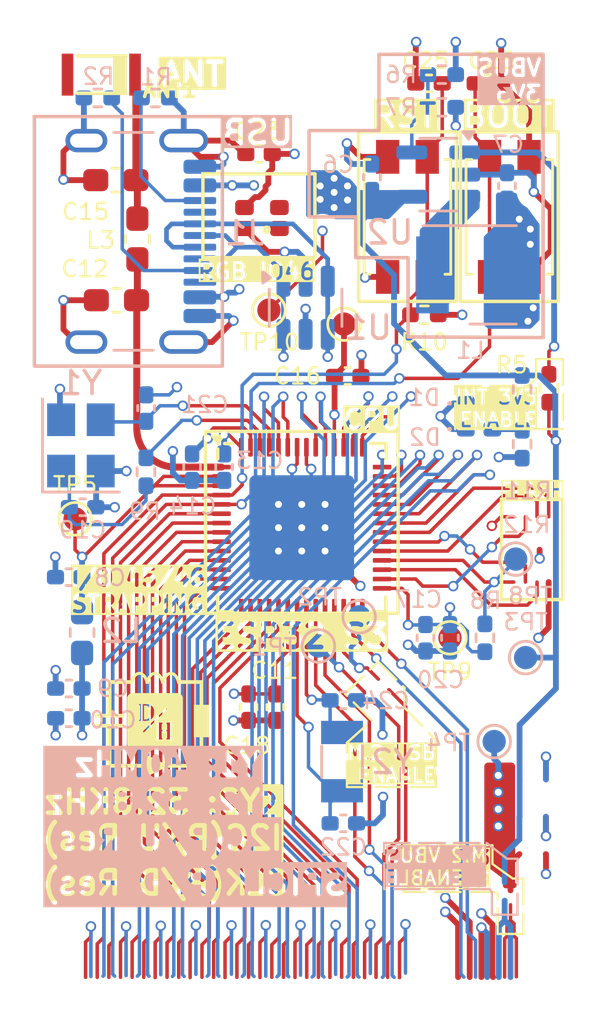
<source format=kicad_pcb>
(kicad_pcb (version 20241229) (generator "pcbnew") (generator_version "9.0")
  (title_block (title "ESP32S3_Audio_Cam_POE") (date "2025-04-28") (rev "R0.1"))
  (layers (0 "F.Cu" signal "Top") (4 "In1.Cu" power "GND") (6 "In2.Cu" power "VCC") (2 "B.Cu" signal "Bottom") (13 "F.Paste" user) (15 "B.Paste" user) (5 "F.SilkS" user "F.Silkscreen") (7 "B.SilkS" user "B.Silkscreen") (1 "F.Mask" user) (3 "B.Mask" user) (25 "Edge.Cuts" user))
  (net 0 "")
  (net 1 "VBUS")
  (net 2 "Earth")
  (net 3 "+3V3")
  (net 4 "/OSC_IN")
  (net 5 "/OSC_OUT")
  (net 6 "VDD_SPI")
  (net 7 "/USB_CC1")
  (net 8 "/USB_CC2")
  (net 9 "/FLASH_QSPI_nCS")
  (net 10 "/FLASH_QSPI_CLK")
  (net 11 "/RF1")
  (net 12 "/RF2")
  (net 13 "/FLASH_QSPI_DI")
  (net 14 "/FLASH_QSPI_nH")
  (net 15 "/FLASH_QSPI_nWP")
  (net 16 "/FLASH_QSPI_DO")
  (net 17 "+3V3_RF")
  (net 18 "/CHIP_PU")
  (net 19 "/CHIP_BOOT")
  (net 20 "Net-(C19-Pad1)")
  (net 23 "/GPIO33")
  (net 24 "/GPIO5")
  (net 25 "/GPIO7")
  (net 26 "/GPIO35")
  (net 27 "/GPIO21")
  (net 28 "/GPIO37")
  (net 29 "/GPIO17")
  (net 30 "/GPIO34")
  (net 31 "/GPIO4")
  (net 32 "/GPIO36")
  (net 33 "/GPIO6")
  (net 34 "Net-(U2-SW)")
  (net 35 "Net-(U2-EN)")
  (net 37 "Net-(U2-FB)")
  (net 38 "/USB_PRT_D-")
  (net 39 "/USB_PRT_D+")
  (net 40 "Net-(D2-A)")
  (net 41 "Net-(D1-A)")
  (net 42 "Net-(J2-2)")
  (net 43 "Net-(J2-1)")
  (net 45 "/GPIO45")
  (net 46 "/GPIO11")
  (net 47 "/GPIO38")
  (net 48 "/MTMS")
  (net 49 "/SPICLK_N")
  (net 50 "/GPIO14")
  (net 51 "/GPIO46")
  (net 52 "/MTDI")
  (net 53 "/GPIO1")
  (net 54 "/SPICS1")
  (net 55 "/U0TXD")
  (net 56 "/U0RXD")
  (net 57 "/GPIO12")
  (net 58 "/MTDO")
  (net 59 "/MTCK")
  (net 60 "/SPICLK_P")
  (net 61 "/GPIO10")
  (net 62 "/GPIO3")
  (net 63 "/GPIO13")
  (net 64 "/GPIO8")
  (net 65 "/GPIO2")
  (net 66 "/GPIO9")
  (net 67 "/GPIO18")
  (net 68 "/M.2_USB_D+")
  (net 69 "/M.2_USB_D-")
  (net 70 "/USB_D-")
  (net 71 "/USB_D+")
  (net 72 "/OSC32_OUT")
  (net 73 "/OSC32_IN")
  (footprint "Resistor_SMD:R_0402_1005Metric_Pad0.72x0.64mm_HandSolder" (layer "F.Cu") (at 239.55 106.6 90)
    (property "Reference" "R5")
    (property "Value" "22R")
  )
  (footprint "Capacitor_SMD:C_0402_1005Metric_Pad0.74x0.62mm_HandSolder" (layer "F.Cu") (at 230.9075 106.075)
    (property "Reference" "C16")
    (property "Value" "100n")
  )
  (footprint "LOGO" (layer "F.Cu") (at 222.5 121.05)
    (property "Reference" "G***" (hide yes))
    (property "Value" "LOGO" (hide yes))
  )
  (footprint "Inductor_SMD:L_0603_1608Metric_Pad1.05x0.95mm_HandSolder" (layer "F.Cu") (at 221.875 100.2 90)
    (property "Reference" "L3")
    (property "Value" "2n2")
  )
  (footprint "PCM_JLCPCB:QFN-56-1EP_7x7mm_P0.4mm_EP4x4mm_ThermalVias" (layer "F.Cu") (at 228.935 112.58)
    (property "Reference" "U3" (hide yes))
    (property "Value" "ESP32-S3R8")
  )
  (footprint "Capacitor_SMD:C_0603_1608Metric_Pad1.08x0.95mm_HandSolder" (layer "F.Cu") (at 220.95 97.675 180)
    (property "Reference" "C15")
    (property "Value" "3p3")
  )
  (footprint "PCM_JLCPCB:LED-SMD_4P-L1.6-W1.5_XL-1615RGBC-WS2812B" (layer "F.Cu") (at 227.225 99.3 180)
    (property "Reference" "LED1" (hide yes))
    (property "Value" "WS2812C-2020-V1")
  )
  (footprint "TestPoint:TestPoint_Pad_D1.0mm" (layer "F.Cu") (at 227.525 103.25)
    (property "Reference" "TP10")
    (property "Value" "TestPoint")
  )
  (footprint "Capacitor_SMD:C_0402_1005Metric_Pad0.74x0.62mm_HandSolder" (layer "F.Cu") (at 227.1 96.55 180)
    (property "Reference" "C23")
    (property "Value" "100n")
  )
  (footprint "Capacitor_SMD:C_0402_1005Metric_Pad0.74x0.62mm_HandSolder" (layer "F.Cu") (at 226.65 120.275 -90)
    (property "Reference" "C18")
    (property "Value" "100n")
  )
  (footprint "Button_Switch_SMD:SW_SPST_EVQP2" (layer "F.Cu") (at 233.475 99.25 90)
    (property "Reference" "RST1" (hide yes))
    (property "Value" "SW_RST")
  )
  (footprint "Capacitor_SMD:C_0603_1608Metric_Pad1.08x0.95mm_HandSolder" (layer "F.Cu") (at 220.975 102.825 180)
    (property "Reference" "C12")
    (property "Value" "3p3")
  )
  (footprint "JLCPCB:ANT-SMD_L3.2-W1.6-KH-3216F245C04" (layer "F.Cu") (at 220.325 93.15 180)
    (property "Reference" "ANT1")
    (property "Value" "KH-3216-H0209")
  )
  (footprint "Capacitor_SMD:C_0402_1005Metric_Pad0.74x0.62mm_HandSolder" (layer "F.Cu") (at 227.8 120.275 -90)
    (property "Reference" "C11")
    (property "Value" "1u")
  )
  (footprint "TestPoint:TestPoint_Pad_D1.0mm" (layer "F.Cu") (at 235.3 117.3)
    (property "Reference" "TP9")
    (property "Value" "TestPoint")
  )
  (footprint "TestPoint:TestPoint_Pad_D1.0mm" (layer "F.Cu") (at 219.2 112.2)
    (property "Reference" "TP5")
    (property "Value" "TestPoint")
  )
  (footprint "Resistor_SMD:R_0402_1005Metric_Pad0.72x0.64mm_HandSolder" (layer "F.Cu") (at 234.2 103.45 180)
    (property "Reference" "R10")
    (property "Value" "10k")
  )
  (footprint "TestPoint:TestPoint_Pad_D1.0mm" (layer "F.Cu") (at 230.75 103.85)
    (property "Reference" "TP7" (hide yes))
    (property "Value" "TestPoint")
  )
  (footprint "Capacitor_SMD:C_0402_1005Metric_Pad0.74x0.62mm_HandSolder" (layer "F.Cu") (at 234.4 93.525 180)
    (property "Reference" "C25")
    (property "Value" "100n")
  )
  (footprint "Capacitor_SMD:C_0402_1005Metric_Pad0.74x0.62mm_HandSolder" (layer "F.Cu") (at 236.95 93.525)
    (property "Reference" "C26")
    (property "Value" "100n")
  )
  (footprint "Button_Switch_SMD:SW_SPST_EVQP2" (layer "F.Cu") (at 237.85 99.25 -90)
    (property "Reference" "BOOT1" (hide yes))
    (property "Value" "SW_BOOT")
  )
  (footprint "Package_TO_SOT_SMD:SOT-23-5" (layer "B.Cu") (at 234.8 97.4375 180)
    (property "Reference" "U2")
    (property "Value" "TLV62568DBVR")
  )
  (footprint "Crystal:Crystal_SMD_3215-2Pin_3.2x1.5mm" (layer "B.Cu") (at 230.665 122.61 -90)
    (property "Reference" "Y2")
    (property "Value" "32.768KHz")
  )
  (footprint "TestPoint:TestPoint_Pad_D1.0mm" (layer "B.Cu") (at 231.4 116.4)
    (property "Reference" "TP2")
    (property "Value" "TestPoint")
  )
  (footprint "Resistor_SMD:R_0402_1005Metric_Pad0.72x0.64mm_HandSolder" (layer "B.Cu") (at 234.95 94.55)
    (property "Reference" "R7")
    (property "Value" "100k")
  )
  (footprint "Capacitor_SMD:C_0402_1005Metric_Pad0.74x0.62mm_HandSolder" (layer "B.Cu") (at 218.9325 119.475 180)
    (property "Reference" "C9")
    (property "Value" "100n")
  )
  (footprint "Capacitor_SMD:C_0402_1005Metric_Pad0.74x0.62mm_HandSolder" (layer "B.Cu") (at 235.3 117.3 -90)
    (property "Reference" "C20")
    (property "Value" "1u")
  )
  (footprint "TestPoint:TestPoint_Pad_D1.0mm" (layer "B.Cu") (at 238.55 118.15 180)
    (property "Reference" "TP3")
    (property "Value" "TestPoint")
  )
  (footprint "Inductor_SMD:L_0603_1608Metric_Pad1.05x0.95mm_HandSolder" (layer "B.Cu") (at 219.5 117.075 -90)
    (property "Reference" "L2")
    (property "Value" "2n2")
  )
  (footprint "Capacitor_SMD:C_0402_1005Metric_Pad0.74x0.62mm_HandSolder" (layer "B.Cu") (at 225.6 109.9825 -90)
    (property "Reference" "C13")
    (property "Value" "100n")
  )
  (footprint "Crystal:Crystal_SMD_3225-4Pin_3.2x2.5mm" (layer "B.Cu") (at 219.45 109.05 90)
    (property "Reference" "Y1")
    (property "Value" "40MHz")
  )
  (footprint "TestPoint:TestPoint_Pad_D1.0mm" (layer "B.Cu") (at 238.125 113.925)
    (property "Reference" "TP8")
    (property "Value" "TestPoint")
  )
  (footprint "Resistor_SMD:R_0402_1005Metric_Pad0.72x0.64mm_HandSolder" (layer "B.Cu") (at 236.8 117.3 -90)
    (property "Reference" "R8")
    (property "Value" "100k")
  )
  (footprint "Capacitor_SMD:C_0402_1005Metric_Pad0.74x0.62mm_HandSolder" (layer "B.Cu") (at 237.75 97.925 90)
    (property "Reference" "C7")
    (property "Value" "10u")
  )
  (footprint "Capacitor_SMD:C_0402_1005Metric_Pad0.74x0.62mm_HandSolder" (layer "B.Cu") (at 222.25 107.45 90)
    (property "Reference" "C21")
    (property "Value" "10p")
  )
  (footprint "Capacitor_SMD:C_0402_1005Metric_Pad0.74x0.62mm_HandSolder" (layer "B.Cu") (at 231.95 97.55 90)
    (property "Reference" "C6")
    (property "Value" "4u7")
  )
  (footprint "Resistor_SMD:R_0402_1005Metric_Pad0.72x0.64mm_HandSolder" (layer "B.Cu") (at 220.175 94.15 180)
    (property "Reference" "R2")
    (property "Value" "5k1")
  )
  (footprint "Resistor_SMD:R_0402_1005Metric_Pad0.72x0.64mm_HandSolder" (layer "B.Cu") (at 234.95 93.15 180)
    (property "Reference" "R6")
    (property "Value" "450k")
  )
  (footprint "Package_TO_SOT_SMD:SOT-23-6" (layer "B.Cu") (at 229.1 103.15 -90)
    (property "Reference" "U1")
    (property "Value" "USBLC6-2SC6")
  )
  (footprint "Capacitor_SMD:C_0402_1005Metric_Pad0.74x0.62mm_HandSolder" (layer "B.Cu") (at 218.9325 120.75 180)
    (property "Reference" "C10")
    (property "Value" "10u")
  )
  (footprint "Resistor_SMD:R_0402_1005Metric_Pad0.72x0.64mm_HandSolder" (layer "B.Cu") (at 222.243071 110.181371 -90)
    (property "Reference" "R9")
    (property "Value" "22R")
  )
  (footprint "Resistor_SMD:R_0402_1005Metric_Pad0.72x0.64mm_HandSolder" (layer "B.Cu") (at 222.65 94.15)
    (property "Reference" "R1")
    (property "Value" "5k1")
  )
  (footprint "TestPoint:TestPoint_Pad_D1.0mm" (layer "B.Cu") (at 237.2 121.75 180)
    (property "Reference" "TP4")
    (property "Value" "TestPoint")
  )
  (footprint "Capacitor_SMD:C_0402_1005Metric_Pad0.74x0.62mm_HandSolder" (layer "B.Cu") (at 218.925 114.7 180)
    (property "Reference" "C8")
    (property "Value" "100n")
  )
  (footprint "LED_SMD:LED_0402_1005Metric_Pad0.77x0.64mm_HandSolder" (layer "B.Cu") (at 236.55 107.25)
    (property "Reference" "D1")
    (property "Value" "LED")
  )
  (footprint "Capacitor_SMD:C_0402_1005Metric_Pad0.74x0.62mm_HandSolder" (layer "B.Cu") (at 219.52071 111.701651)
    (property "Reference" "C19")
    (property "Value" "10p")
  )
  (footprint "Inductor_SMD_Wurth:L_Wurth_WE-LQSH-4020" (layer "B.Cu") (at 236.15 101.7375)
    (property "Reference" "L1")
    (property "Value" "2u2")
  )
  (footprint "Capacitor_SMD:C_0402_1005Metric_Pad0.74x0.62mm_HandSolder" (layer "B.Cu") (at 230.72 125.2575)
    (property "Reference" "C22")
    (property "Value" "20p")
  )
  (footprint "Resistor_SMD:R_0402_1005Metric_Pad0.72x0.64mm_HandSolder" (layer "B.Cu") (at 238.4 109 90)
    (property "Reference" "R12")
    (property "Value" "10k")
  )
  (footprint "TestPoint:TestPoint_Pad_D1.0mm" (layer "B.Cu") (at 229.65 117.65)
    (property "Reference" "TP1")
    (property "Value" "TestPoint")
  )
  (footprint "Resistor_SMD:R_0402_1005Metric_Pad0.72x0.64mm_HandSolder" (layer "B.Cu") (at 238.4 106.65 -90)
    (property "Reference" "R11")
    (property "Value" "10k")
  )
  (footprint "LED_SMD:LED_0402_1005Metric_Pad0.77x0.64mm_HandSolder" (layer "B.Cu") (at 236.55 108.35)
    (property "Reference" "D2")
    (property "Value" "LED")
  )
  (footprint "Connector_USB:USB_C_Receptacle_GCT_USB4105-xx-A_16P_TopMnt_Horizontal" (layer "B.Cu") (at 220.76 100.3 90)
    (property "Reference" "J1")
    (property "Value" "USB-C")
  )
  (footprint "Capacitor_SMD:C_0402_1005Metric_Pad0.74x0.62mm_HandSolder" (layer "B.Cu") (at 224.225 109.9825 -90)
    (property "Reference" "C14")
    (property "Value" "100n")
  )
  (footprint "Capacitor_SMD:C_0402_1005Metric_Pad0.74x0.62mm_HandSolder" (layer "B.Cu") (at 234.25 117.3 -90)
    (property "Reference" "C17")
    (property "Value" "100n")
  )
  (footprint "Capacitor_SMD:C_0402_1005Metric_Pad0.74x0.62mm_HandSolder" (layer "B.Cu") (at 230.72 119.9825)
    (property "Reference" "C24")
    (property "Value" "20p")
  )
  (gr_rect (start 218.075 123.675) (end 228.05 128.5) (stroke (width 0.2)) (fill no) (layer "F.SilkS"))
  (gr_rect (start 235.75 95.602293) (end 239.950587 102.875) (stroke (width 0.15)) (fill no) (layer "F.SilkS"))
  (gr_poly (pts (xy 233.3 126.2) (xy 237.125 126.2) (xy 237.125 127) (xy 238 127.625) (xy 238.45 127.625) (xy 238.45 130) (xy 237.35 130) (xy 237.35 128.3) (xy 237.25 128.2) (xy 233.3 128.2)) (stroke (width 0.1) (type dash)) (fill no) (layer "F.SilkS"))
  (gr_rect (start 237.517131 111.367403) (end 240.142718 115.662816) (stroke (width 0.15)) (fill no) (layer "F.SilkS"))
  (gr_poly (pts (xy 234.7 123.7) (xy 230.875 123.7) (xy 230.875 121.8) (xy 231.941728 120.846753) (xy 230.796051 119.701076) (xy 232.218116 118.318311) (xy 233.352512 119.45) (xy 233.352512 120.298504) (xy 234.7 121.7)) (stroke (width 0.1) (type dash)) (fill no) (layer "F.SilkS"))
  (gr_poly (pts (xy 235.525 106.5) (xy 238.65 106.5) (xy 239 106.15) (xy 239 105.35) (xy 240.15 105.35) (xy 240.15 108.35) (xy 239.25 108.35) (xy 238.25 108.35) (xy 235.525 108.35)) (stroke (width 0.1) (type dash)) (fill no) (layer "F.SilkS"))
  (gr_rect (start 225.275247 116.225) (end 232.597686 116.525) (stroke (width 0.1)) (fill yes) (layer "F.SilkS"))
  (gr_rect (start 231.374413 95.602293) (end 235.575 102.875) (stroke (width 0.15)) (fill no) (layer "F.SilkS"))
  (gr_rect (start 224.8 108.45) (end 233.075 116.25) (stroke (width 0.15)) (fill no) (layer "F.SilkS"))
  (gr_rect (start 224.69 97.402293) (end 229.500587 101) (stroke (width 0.15)) (fill no) (layer "F.SilkS"))
  (gr_poly (pts (xy 239.3 92.275) (xy 239.3 104.425) (xy 233.5 104.4) (xy 233.5 101) (xy 231.25 101) (xy 231.25 99.25) (xy 229.25 99.25) (xy 229.25 95.55) (xy 232.25 95.55) (xy 232.25 92.28)) (stroke (width 0.15)) (fill no) (layer "B.SilkS"))
  (gr_rect (start 217.45 94.95) (end 225.525 105.65) (stroke (width 0.15)) (fill no) (layer "B.SilkS"))
  (gr_poly (pts (xy 232.475 126.1) (xy 236.875 126.1) (xy 237.75 126.775) (xy 238.2 126.775) (xy 238.2 129.175) (xy 237.1 129.175) (xy 237.1 128.2) (xy 237 128.075) (xy 232.475 128.075)) (stroke (width 0.1) (type dash)) (fill no) (layer "B.SilkS"))
  (gr_text "BOOT" (at 235.75 95.5 0) (layer "F.SilkS" knockout) (effects (font (size 1 1) (thickness 0.15) (bold yes)) (justify left bottom)))
  (gr_text "INT 3V3\nENABLE\n" (at 239.1 108.3 0) (layer "F.SilkS" knockout) (effects (font (size 0.6 0.6) (thickness 0.1) (bold yes)) (justify right bottom)))
  (gr_text "M.2 3V3\nENABLE\n" (at 237.1 128.05 0) (layer "F.SilkS" knockout) (effects (font (size 0.6 0.6) (thickness 0.1) (bold yes)) (justify right bottom)))
  (gr_text "ESP32 S3" (at 225.0663 117.826431 0) (layer "F.SilkS" knockout) (effects (font (size 1 1) (thickness 0.2) (bold yes)) (justify left bottom)))
  (gr_text "M.2 USB\nENABLE\n" (at 234.75 123.55 0) (layer "F.SilkS" knockout) (effects (font (size 0.6 0.6) (thickness 0.1) (bold yes)) (justify right bottom)))
  (gr_text "FLASH" (at 237.415495 111.32347 0) (layer "F.SilkS" knockout) (effects (font (size 0.6 0.6) (thickness 0.1) (bold yes)) (justify left bottom)))
  (gr_text "ESP32S3.M.2\nD.Heetkamp\n27-2-25 V2" (at 218.05 128.325 0) (layer "F.SilkS" knockout) (effects (font (size 1 1) (thickness 0.2)) (justify left bottom)))
  (gr_text "RST" (at 231.9 95.5 0) (layer "F.SilkS" knockout) (effects (font (size 1 1) (thickness 0.15) (bold yes)) (justify left bottom)))
  (gr_text "RGB IO46" (at 224.4 102 0) (layer "F.SilkS" knockout) (effects (font (size 0.7 0.7) (thickness 0.12) (bold yes)) (justify left bottom)))
  (gr_text "CPU" (at 230.64 108.406436 0) (layer "F.SilkS" knockout) (effects (font (size 0.8 0.8)) (justify left bottom)))
  (gr_text "I/O 45/46  \nSTRAPPING " (at 218.947704 116.265 0) (layer "F.SilkS" knockout) (effects (font (size 0.7 0.7) (thickness 0.15) (bold yes)) (justify left bottom)))
  (gr_text "ANT" (at 222.775 93.725 0) (layer "F.SilkS" knockout) (effects (font (size 1 1) (thickness 0.2)) (justify left bottom)))
  (gr_text "M.2 VBUS\nENABLE\n" (at 232.5 127.95 0) (layer "B.SilkS" knockout) (effects (font (size 0.6 0.6) (thickness 0.1) (bold yes)) (justify right bottom mirror)))
  (gr_text "Y1: 40MHz\nY2: 32.8KHz" (at 227.27238 124.931251 0) (layer "B.SilkS" knockout) (effects (font (size 1 1) (thickness 0.2) (bold yes)) (justify left bottom mirror)))
  (gr_text "USB" (at 228.675 96.225 0) (layer "B.SilkS" knockout) (effects (font (size 1 1) (thickness 0.2)) (justify left bottom mirror)))
  (gr_text "SPICLK(P/D Res)" (at 230.986905 128.4 0) (layer "B.SilkS" knockout) (effects (font (size 1 1) (thickness 0.2) (bold yes)) (justify left bottom mirror)))
  (gr_text "VBUS\n3V3\n" (at 239.3 94.4 0) (layer "B.SilkS" knockout) (effects (font (size 0.7 0.7)) (justify left bottom mirror)))
  (gr_text "I2C(P/U Res)" (at 228.225 126.475 0) (layer "B.SilkS" knockout) (effects (font (size 1 1) (thickness 0.2)) (justify left bottom mirror)))
  (segment (start 230.335 118.3606) (end 230.5372 118.5628) (width 0.15) (layer "F.Cu") (net 0))
  (segment (start 227.935 108.08) (end 227.935 109.13) (width 0.15) (layer "F.Cu") (net 0))
  (segment (start 230.5628 118.5628) (end 231.623726 119.623726) (width 0.15) (layer "F.Cu") (net 0))
  (segment (start 227.315 107.46) (end 227.935 108.08) (width 0.15) (layer "F.Cu") (net 0))
  (segment (start 231.4061 118.5939) (end 231.7439 118.5939) (width 0.15) (layer "F.Cu") (net 0))
  (segment (start 231.623726 119.623726) (end 231.623726 119.673726) (width 0.15) (layer "F.Cu") (net 0))
  (segment (start 230.5372 118.5628) (end 230.5628 118.5628) (width 0.15) (layer "F.Cu") (net 0))
  (segment (start 227.315 106.96) (end 227.315 107.46) (width 0.15) (layer "F.Cu") (net 0))
  (segment (start 231.7439 118.5939) (end 232.223726 119.073726) (width 0.15) (layer "F.Cu") (net 0))
  (segment (start 231.4061 118.5939) (end 230.735 117.9228) (width 0.15) (layer "F.Cu") (net 0))
  (segment (start 230.335 116.03) (end 230.335 118.3606) (width 0.15) (layer "F.Cu") (net 0))
  (segment (start 230.735 117.9228) (end 230.735 116.03) (width 0.15) (layer "F.Cu") (net 0))
  (segment (start 229.825 100.95) (end 229.825 99.85) (width 0.15) (layer "F.Cu") (net 0))
  (segment (start 227.525 103.25) (end 229.825 100.95) (width 0.15) (layer "F.Cu") (net 0))
  (via (at 229.825 99.85) (size 0.45) (drill 0.3) (layers "F.Cu" "B.Cu") (net 0))
  (via (at 227.315 106.96) (size 0.45) (drill 0.3) (layers "F.Cu" "B.Cu") (net 0))
  (segment (start 224.44 100.05) (end 225.65 100.05) (width 0.2) (layer "B.Cu") (net 0))
  (segment (start 227.315 111.47631) (end 227.315 106.96) (width 0.15) (layer "B.Cu") (net 0))
  (segment (start 228.15 104.2875) (end 228.15 105.25) (width 0.2) (layer "B.Cu") (net 0))
  (segment (start 224.44 99.55) (end 223.35 99.55) (width 0.2) (layer "B.Cu") (net 0))
  (segment (start 223.125 99.775) (end 223.125 100.275) (width 0.2) (layer "B.Cu") (net 0))
  (segment (start 231.4 117.35) (end 231.4 116.4) (width 0.2) (layer "B.Cu") (net 0))
  (segment (start 231.3939 118.5939) (end 231.05 118.25) (width 0.2) (layer "B.Cu") (net 0))
  (segment (start 230.05 102.0125) (end 230.05 104.2875) (width 0.2) (layer "B.Cu") (net 0))
  (segment (start 223.125 100.275) (end 223.4 100.55) (width 0.2) (layer "B.Cu") (net 0))
  (segment (start 224.44 99.55) (end 228.55 99.55) (width 0.2) (layer "B.Cu") (net 0))
  (segment (start 228.15 101.65) (end 228.15 102.0125) (width 0.2) (layer "B.Cu") (net 0))
  (segment (start 228.15 102.0125) (end 228.15 104.2875) (width 0.2) (layer "B.Cu") (net 0))
  (segment (start 220.4 131.81) (end 220.44 131.77) (width 0.15) (layer "B.Cu") (net 0))
  (segment (start 229.65 117.6756) (end 230.5372 118.5628) (width 0.2) (layer "B.Cu") (net 0))
  (segment (start 226.15 100.55) (end 227.05 100.55) (width 0.2) (layer "B.Cu") (net 0))
  (segment (start 220.44 118.351311) (end 227.315 111.47631) (width 0.15) (layer "B.Cu") (net 0))
  (segment (start 225.65 101.05) (end 224.44 101.05) (width 0.2) (layer "B.Cu") (net 0))
  (segment (start 225.65 100.05) (end 226.15 100.55) (width 0.2) (layer "B.Cu") (net 0))
  (segment (start 227.05 100.55) (end 228.15 101.65) (width 0.2) (layer "B.Cu") (net 0))
  (segment (start 226.15 100.55) (end 225.65 101.05) (width 0.2) (layer "B.Cu") (net 0))
  (segment (start 229.65 117.65) (end 229.65 117.6756) (width 0.2) (layer "B.Cu") (net 0))
  (segment (start 223.4 100.55) (end 224.44 100.55) (width 0.2) (layer "B.Cu") (net 0))
  (segment (start 231.4061 118.5939) (end 231.3939 118.5939) (width 0.2) (layer "B.Cu") (net 0))
  (segment (start 220.44 131.77) (end 220.44 118.351311) (width 0.15) (layer "B.Cu") (net 0))
  (segment (start 231.05 118.25) (end 231.05 117.7) (width 0.2) (layer "B.Cu") (net 0))
  (segment (start 230.05 104.2875) (end 230.05 105.25) (width 0.2) (layer "B.Cu") (net 0))
  (segment (start 228.55 99.55) (end 230.05 101.05) (width 0.2) (layer "B.Cu") (net 0))
  (segment (start 230.05 101.05) (end 230.05 102.0125) (width 0.2) (layer "B.Cu") (net 0))
  (segment (start 223.35 99.55) (end 223.125 99.775) (width 0.2) (layer "B.Cu") (net 0))
  (segment (start 231.05 117.7) (end 231.4 117.35) (width 0.2) (layer "B.Cu") (net 0))
  (segment (start 239.85 108.85) (end 239.55 108.55) (width 0.15) (layer "F.Cu") (net 1))
  (segment (start 239.55 108.55) (end 239.55 107.1975) (width 0.15) (layer "F.Cu") (net 1))
  (via (at 230.325 98.85) (size 0.45) (drill 0.3) (layers "F.Cu" "B.Cu") (net 1))
  (via (at 230.325 97.595997) (size 0.45) (drill 0.3) (layers "F.Cu" "B.Cu") (net 1))
  (via (at 226.25 102.35) (size 0.45) (drill 0.3) (layers "F.Cu" "B.Cu") (net 1))
  (via (at 229.1 103.2) (size 0.45) (drill 0.3) (layers "F.Cu" "B.Cu") (net 1))
  (via (at 225.6 102.675) (size 0.45) (drill 0.3) (layers "F.Cu" "B.Cu") (net 1))
  (via (at 230.9 98.529003) (size 0.45) (drill 0.3) (layers "F.Cu" "B.Cu") (net 1))
  (via (at 239.85 108.85) (size 0.45) (drill 0.3) (layers "F.Cu" "B.Cu") (net 1))
  (via (at 226.875 97.9) (size 0.45) (drill 0.3) (layers "F.Cu" "B.Cu") (net 1))
  (via (at 230.9 97.925) (size 0.45) (drill 0.3) (layers "F.Cu" "B.Cu") (net 1))
  (via (at 230.325 98.2) (size 0.45) (drill 0.3) (layers "F.Cu" "B.Cu") (net 1))
  (via (at 229.725 98.5) (size 0.45) (drill 0.3) (layers "F.Cu" "B.Cu") (net 1))
  (via (at 225.95 97.9) (size 0.45) (drill 0.3) (layers "F.Cu" "B.Cu") (net 1))
  (via (at 229.725 97.925) (size 0.45) (drill 0.3) (layers "F.Cu" "B.Cu") (net 1))
  (segment (start 239.85 119.475) (end 238.29 121.035) (width 0.25) (layer "B.Cu") (net 1))
  (segment (start 238.29 123.375) (end 238.29 124.9675) (width 0.25) (layer "B.Cu") (net 1))
  (segment (start 224.44 97.9) (end 225.95 97.9) (width 0.25) (layer "B.Cu") (net 1))
  (segment (start 239.825 108.825) (end 239.825 106.75) (width 0.25) (layer "B.Cu") (net 1))
  (segment (start 239.825 106.75) (end 239.1275 106.0525) (width 0.25) (layer "B.Cu") (net 1))
  (segment (start 231.55 100.4) (end 231.55 99.125) (width 0.25) (layer "B.Cu") (net 1))
  (segment (start 239.85 108.85) (end 239.825 108.825) (width 0.25) (layer "B.Cu") (net 1))
  (segment (start 232.9 103.825) (end 232.9 101.75) (width 0.25) (layer "B.Cu") (net 1))
  (segment (start 238.55 118.15) (end 239.85 118.15) (width 0.25) (layer "B.Cu") (net 1))
  (segment (start 231.95 98.1175) (end 232.1325 98.3) (width 0.25) (layer "B.Cu") (net 1))
  (segment (start 237.65 126.575) (end 238.2825 125.9425) (width 0.25) (layer "B.Cu") (net 1))
  (segment (start 239.1275 106.0525) (end 238.4 106.0525) (width 0.25) (layer "B.Cu") (net 1))
  (segment (start 226.875 97.9) (end 225.95 97.9) (width 0.25) (layer "B.Cu") (net 1))
  (segment (start 232.9 101.75) (end 231.55 100.4) (width 0.25) (layer "B.Cu") (net 1))
  (segment (start 229.1 104.2875) (end 229.1 103.2) (width 0.25) (layer "B.Cu") (net 1))
  (segment (start 238.29 124.9675) (end 238.2825 124.975) (width 0.25) (layer "B.Cu") (net 1))
  (segment (start 238.3975 106.05) (end 235.125 106.05) (width 0.25) (layer "B.Cu") (net 1))
  (segment (start 239.85 108.85) (end 239.85 118.15) (width 0.25) (layer "B.Cu") (net 1))
  (segment (start 238.29 121.035) (end 238.29 123.375) (width 0.25) (layer "B.Cu") (net 1))
  (segment (start 237.65 127.78) (end 237.65 126.575) (width 0.25) (layer "B.Cu") (net 1))
  (segment (start 226.1 102.5) (end 226.25 102.35) (width 0.25) (layer "B.Cu") (net 1))
  (segment (start 225.6 102.675) (end 224.465 102.675) (width 0.25) (layer "B.Cu") (net 1))
  (segment (start 225.775 102.5) (end 226.1 102.5) (width 0.25) (layer "B.Cu") (net 1))
  (segment (start 225.6 102.675) (end 225.775 102.5) (width 0.25) (layer "B.Cu") (net 1))
  (segment (start 235.125 106.05) (end 232.9 103.825) (width 0.25) (layer "B.Cu") (net 1))
  (segment (start 239.85 118.15) (end 239.85 119.475) (width 0.25) (layer "B.Cu") (net 1))
  (segment (start 238.2825 125.9425) (end 238.2825 124.975) (width 0.25) (layer "B.Cu") (net 1))
  (segment (start 238.4 106.0525) (end 238.3975 106.05) (width 0.25) (layer "B.Cu") (net 1))
  (segment (start 231.89 130.11) (end 231.89 129.7175) (width 0.15) (layer "F.Cu") (net 2))
  (segment (start 222.64 131.87) (end 222.64 130.36) (width 0.15) (layer "F.Cu") (net 2))
  (segment (start 236.65 131.85) (end 236.65 129.725) (width 0.25) (layer "F.Cu") (net 2))
  (segment (start 219.17 95.98) (end 218.7 96.45) (width 0.25) (layer "F.Cu") (net 2))
  (segment (start 227.39 129.6975) (end 227.38 129.6875) (width 0.15) (layer "F.Cu") (net 2))
  (segment (start 238.7 101.825) (end 238.7 101.625) (width 0.25) (layer "F.Cu") (net 2))
  (segment (start 239.425 123.375) (end 239.425 122.4) (width 0.25) (layer "F.Cu") (net 2))
  (segment (start 219.685 104.62) (end 219.245 104.62) (width 0.25) (layer "F.Cu") (net 2))
  (segment (start 223.865 95.98) (end 224.56 96.675) (width 0.25) (layer "F.Cu") (net 2))
  (segment (start 231.89 129.7175) (end 231.865 129.6925) (width 0.15) (layer "F.Cu") (net 2))
  (segment (start 231.45 96.675) (end 232.625 96.675) (width 0.25) (layer "F.Cu") (net 2))
  (segment (start 237.125 129.595997) (end 237.125 131.825) (width 0.25) (layer "F.Cu") (net 2))
  (segment (start 239.425 127.425) (end 239.425 126.5825) (width 0.25) (layer "F.Cu") (net 2))
  (segment (start 238.7 94.7075) (end 237.5175 93.525) (width 0.25) (layer "F.Cu") (net 2))
  (segment (start 226.4575 96.55) (end 225.8875 95.98) (width 0.25) (layer "F.Cu") (net 2))
  (segment (start 231.635 130.365) (end 231.89 130.11) (width 0.15) (layer "F.Cu") (net 2))
  (segment (start 219.88 130.12) (end 219.88 129.6775) (width 0.15) (layer "F.Cu") (net 2))
  (segment (start 223.865 95.98) (end 225.8875 95.98) (width 0.25) (layer "F.Cu") (net 2))
  (segment (start 221.15 130.35) (end 221.39 130.11) (width 0.15) (layer "F.Cu") (net 2))
  (segment (start 224.56 96.675) (end 225.575 96.675) (width 0.25) (layer "F.Cu") (net 2))
  (segment (start 219.245 104.62) (end 218.7 104.075) (width 0.25) (layer "F.Cu") (net 2))
  (segment (start 225.915 129.7325) (end 225.87 129.6875) (width 0.15) (layer "F.Cu") (net 2))
  (segment (start 224.14 130.36) (end 224.39 130.11) (width 0.15) (layer "F.Cu") (net 2))
  (segment (start 231.5 105.175) (end 231.5 106.05) (width 0.25) (layer "F.Cu") (net 2))
  (segment (start 239.1 117.3) (end 239.54 116.86) (width 0.25) (layer "F.Cu") (net 2))
  (segment (start 235.65 131.85) (end 235.65 129.6) (width 0.25) (layer "F.Cu") (net 2))
  (segment (start 233.85 91.75) (end 233.8325 91.7675) (width 0.25) (layer "F.Cu") (net 2))
  (segment (start 225.08 104.62) (end 226 103.7) (width 0.25) (layer "F.Cu") (net 2))
  (segment (start 239.625 98.9) (end 238.9 98.175) (width 0.25) (layer "F.Cu") (net 2))
  (segment (start 236.15 129.495997) (end 236.15 131.85) (width 0.25) (layer "F.Cu") (net 2))
  (segment (start 228.2 100.75) (end 227.475 100.75) (width 0.25) (layer "F.Cu") (net 2))
  (segment (start 218.725 97.675) (end 218.7 97.65) (width 0.25) (layer "F.Cu") (net 2))
  (segment (start 238.9 98.175) (end 238.9 96.875) (width 0.25) (layer "F.Cu") (net 2))
  (segment (start 219.65 130.35) (end 219.88 130.12) (width 0.15) (layer "F.Cu") (net 2))
  (segment (start 233.385 129.7025) (end 233.375 129.6925) (width 0.15) (layer "F.Cu") (net 2))
  (segment (start 239.54 116.86) (end 239.54 114.91) (width 0.25) (layer "F.Cu") (net 2))
  (segment (start 227.475 100.75) (end 226.475 99.75) (width 0.25) (layer "F.Cu") (net 2))
  (segment (start 225.915 130.085) (end 225.915 129.7325) (width 0.15) (layer "F.Cu") (net 2))
  (segment (start 221.15 131.86) (end 221.15 130.35) (width 0.15) (layer "F.Cu") (net 2))
  (segment (start 225.64 131.87) (end 225.64 130.36) (width 0.15) (layer "F.Cu") (net 2))
  (segment (start 228.935 112.585) (end 228.935 112.58) (width 0.25) (layer "F.Cu") (net 2))
  (segment (start 226 120.85) (end 226.0075 120.8425) (width 0.25) (layer "F.Cu") (net 2))
  (segment (start 222.64 130.36) (end 222.87 130.13) (width 0.15) (layer "F.Cu") (net 2))
  (segment (start 223.865 104.62) (end 225.08 104.62) (width 0.25) (layer "F.Cu") (net 2))
  (segment (start 233.8325 91.7675) (end 233.8325 93.525) (width 0.25) (layer "F.Cu") (net 2))
  (segment (start 230.875 96.1) (end 231.45 96.675) (width 0.25) (layer "F.Cu") (net 2))
  (segment (start 220.1125 102.825) (end 218.7 102.825) (width 0.25) (layer "F.Cu") (net 2))
  (segment (start 226.0075 120.8425) (end 226.65 120.8425) (width 0.25) (layer "F.Cu") (net 2))
  (segment (start 231.675 101.825) (end 232.625 101.825) (width 0.25) (layer "F.Cu") (net 2))
  (segment (start 218.7 104.075) (end 218.7 102.825) (width 0.25) (layer "F.Cu") (net 2))
  (segment (start 228.875 130.125) (end 228.875 129.6825) (width 0.15) (layer "F.Cu") (net 2))
  (segment (start 225.64 130.36) (end 225.915 130.085) (width 0.15) (layer "F.Cu") (net 2))
  (segment (start 226.5325 96.55) (end 226.4575 96.55) (width 0.25) (layer "F.Cu") (net 2))
  (segment (start 230.145 130.355) (end 230.385 130.115) (width 0.15) (layer "F.Cu") (net 2))
  (segment (start 237.125 131.825) (end 237.15 131.85) (width 0.25) (layer "F.Cu") (net 2))
  (segment (start 219.685 95.98) (end 219.17 95.98) (width 0.25) (layer "F.Cu") (net 2))
  (segment (start 233.135 130.365) (end 233.385 130.115) (width 0.15) (layer "F.Cu") (net 2))
  (segment (start 236.65 129.120997) (end 237.125 129.595997) (width 0.25) (layer "F.Cu") (net 2))
  (segment (start 239.425 124.975) (end 239.425 125.8) (width 0.25) (layer "F.Cu") (net 2))
  (segment (start 235.65 129.6) (end 235.1 129.05) (width 0.25) (layer "F.Cu") (net 2))
  (segment (start 235.1 128.445997) (end 236.15 129.495997) (width 0.25) (layer "F.Cu") (net 2))
  (segment (start 237.5 91.8) (end 237.5 93.5075) (width 0.25) (layer "F.Cu") (net 2))
  (segment (start 219.65 131.86) (end 219.65 130.35) (width 0.15) (layer "F.Cu") (net 2))
  (segment (start 230.385 130.115) (end 230.385 129.6825) (width 0.15) (layer "F.Cu") (net 2))
  (segment (start 239.425 126.5825) (end 239.4175 126.575) (width 0.25) (layer "F.Cu") (net 2))
  (segment (start 227.14 130.36) (end 227.39 130.11) (width 0.15) (layer "F.Cu") (net 2))
  (segment (start 239.625 100.7) (end 239.625 98.9) (width 0.25) (layer "F.Cu") (net 2))
  (segment (start 238.7 101.625) (end 239.625 100.7) (width 0.25) (layer "F.Cu") (net 2))
  (segment (start 224.39 130.11) (end 224.39 129.6975) (width 0.15) (layer "F.Cu") (net 2))
  (segment (start 227.14 131.87) (end 227.14 130.36) (width 0.15) (layer "F.Cu") (net 2))
  (segment (start 220.0875 97.675) (end 218.725 97.675) (width 0.25) (layer "F.Cu") (net 2))
  (segment (start 231.5 106.05) (end 231.475 106.075) (width 0.25) (layer "F.Cu") (net 2))
  (segment (start 233.385 130.115) (end 233.385 129.7025) (width 0.15) (layer "F.Cu") (net 2))
  (segment (start 228.645 130.355) (end 228.875 130.125) (width 0.15) (layer "F.Cu") (net 2))
  (segment (start 237.5 93.5075) (end 237.5175 93.525) (width 0.25) (layer "F.Cu") (net 2))
  (segment (start 227.39 130.11) (end 227.39 129.6975) (width 0.15) (layer "F.Cu") (net 2))
  (segment (start 238.9 96.875) (end 238.7 96.675) (width 0.25) (layer "F.Cu") (net 2))
  (segment (start 221.39 130.11) (end 221.39 129.6775) (width 0.15) (layer "F.Cu") (net 2))
  (segment (start 230.145 131.865) (end 230.145 130.355) (width 0.15) (layer "F.Cu") (net 2))
  (segment (start 224.39 129.6975) (end 224.38 129.6875) (width 0.15) (layer "F.Cu") (net 2))
  (segment (start 239.15 113.525) (end 239.15 113.9) (width 0.25) (layer "F.Cu") (net 2))
  (segment (start 218.7 96.45) (end 218.7 97.65) (width 0.25) (layer "F.Cu") (net 2))
  (segment (start 228.645 131.865) (end 228.645 130.355) (width 0.15) (layer "F.Cu") (net 2))
  (segment (start 231.45 115.075) (end 231.425 115.075) (width 0.25) (layer "F.Cu") (net 2))
  (segment (start 238.7 96.675) (end 238.7 94.7075) (width 0.25) (layer "F.Cu") (net 2))
  (segment (start 233.135 131.875) (end 233.135 130.365) (width 0.15) (layer "F.Cu") (net 2))
  (segment (start 222.87 130.13) (end 222.87 129.6875) (width 0.15) (layer "F.Cu") (net 2))
  (segment (start 231.425 115.075) (end 228.935 112.585) (width 0.25) (layer "F.Cu") (net 2))
  (segment (start 224.14 131.87) (end 224.14 130.36) (width 0.15) (layer "F.Cu") (net 2))
  (segment (start 231.65 101.85) (end 231.675 101.825) (width 0.25) (layer "F.Cu") (net 2))
  (segment (start 226.65 120.8425) (end 227.8 120.8425) (width 0.25) (layer "F.Cu") (net 2))
  (segment (start 231.635 131.875) (end 231.635 130.365) (width 0.15) (layer "F.Cu") (net 2))
  (via (at 222.88 129.65) (size 0.45) (drill 0.3) (layers "F.Cu" "B.Cu") (net 2))
  (via (at 235.55 95.35) (size 0.45) (drill 0.3) (layers "F.Cu" "B.Cu") (net 2))
  (via (at 239.15 113.9) (size 0.45) (drill 0.3) (layers "F.Cu" "B.Cu") (net 2))
  (via (at 218.7 97.65) (size 0.45) (drill 0.3) (layers "F.Cu" "B.Cu") (net 2))
  (via (at 224.39 129.635) (size 0.45) (drill 0.3) (layers "F.Cu" "B.Cu") (net 2))
  (via (at 232.425 124.125) (size 0.45) (drill 0.3) (layers "F.Cu" "B.Cu") (net 2))
  (via (at 230.875 96.1) (size 0.45) (drill 0.3) (layers "F.Cu" "B.Cu") (net 2))
  (via (at 218.548439 106.630888) (size 0.45) (drill 0.3) (layers "F.Cu" "B.Cu") (net 2))
  (via (at 218.365 121.475) (size 0.45) (drill 0.3) (layers "F.Cu" "B.Cu") (net 2))
  (via (at 231.5 105.175) (size 0.45) (drill 0.3) (layers "F.Cu" "B.Cu") (net 2))
  (via (at 237.5 91.8) (size 0.45) (drill 0.3) (layers "F.Cu" "B.Cu") (net 2))
  (via (at 218.365 118.69) (size 0.45) (drill 0.3) (layers "F.Cu" "B.Cu") (net 2))
  (via (at 225.575 96.675) (size 0.45) (drill 0.3) (layers "F.Cu" "B.Cu") (net 2))
  (via (at 228.2 100.75) (size 0.45) (drill 0.3) (layers "F.Cu" "B.Cu") (net 2))
  (via (at 231.65 101.85) (size 0.45) (drill 0.3) (layers "F.Cu" "B.Cu") (net 2))
  (via (at 239.425 122.4) (size 0.45) (drill 0.3) (layers "F.Cu" "B.Cu") (net 2))
  (via (at 218.7 102.825) (size 0.45) (drill 0.3) (layers "F.Cu" "B.Cu") (net 2))
  (via (at 233.39 129.5825) (size 0.45) (drill 0.3) (layers "F.Cu" "B.Cu") (net 2))
  (via (at 219.88 129.6775) (size 0.45) (drill 0.3) (layers "F.Cu" "B.Cu") (net 2))
  (via (at 236.65 129.725) (size 0.45) (drill 0.3) (layers "F.Cu" "B.Cu") (net 2))
  (via (at 225.915 129.6325) (size 0.45) (drill 0.3) (layers "F.Cu" "B.Cu") (net 2))
  (via (at 239.425 125.8) (size 0.45) (drill 0.3) (layers "F.Cu" "B.Cu") (net 2))
  (via (at 231.45 115.075) (size 0.45) (drill 0.3) (layers "F.Cu" "B.Cu") (net 2))
  (via (at 228.88 129.625) (size 0.45) (drill 0.3) (layers "F.Cu" "B.Cu") (net 2))
  (via (at 220.899569 111.701651) (size 0.45) (drill 0.3) (layers "F.Cu" "B.Cu") (net 2))
  (via (at 218.35 113.825) (size 0.45) (drill 0.3) (layers "F.Cu" "B.Cu") (net 2))
  (via (at 234.9 107.8) (size 0.45) (drill 0.3) (layers "F.Cu" "B.Cu") (net 2))
  (via (at 223.575 106.55) (size 0.45) (drill 0.3) (layers "F.Cu" "B.Cu") (net 2))
  (via (at 238.9 98.175) (size 0.45) (drill 0.3) (layers "F.Cu" "B.Cu") (net 2))
  (via (at 235.1 129.05) (size 0.45) (drill 0.3) (layers "F.Cu" "B.Cu") (net 2))
  (via (at 233.5 117.6) (size 0.45) (drill 0.3) (layers "F.Cu" "B.Cu") (net 2))
  (via (at 233.85 91.75) (size 0.45) (drill 0.3) (layers "F.Cu" "B.Cu") (net 2))
  (via (at 226 120.85) (size 0.45) (drill 0.3) (layers "F.Cu" "B.Cu") (net 2))
  (via (at 231.88 129.5975) (size 0.45) (drill 0.3) (layers "F.Cu" "B.Cu") (net 2))
  (via (at 221.4 110.15) (size 0.45) (drill 0.3) (layers "F.Cu" "B.Cu") (net 2))
  (via (at 236.65 129.120997) (size 0.45) (drill 0.3) (layers "F.Cu" "B.Cu") (net 2))
  (via (at 239.1 117.3) (size 0.45) (drill 0.3) (layers "F.Cu" "B.Cu") (net 2))
  (via (at 232.4 121.45) (size 0.45) (drill 0.3) (layers "F.Cu" "B.Cu") (net 2))
  (via (at 221.39 129.6775) (size 0.45) (drill 0.3) (layers "F.Cu" "B.Cu") (net 2))
  (via (at 230.39 129.625) (size 0.45) (drill 0.3) (layers "F.Cu" "B.Cu") (net 2))
  (via (at 239.425 127.425) (size 0.45) (drill 0.3) (layers "F.Cu" "B.Cu") (net 2))
  (via (at 223.4 109.3) (size 0.45) (drill 0.3) (layers "F.Cu" "B.Cu") (net 2))
  (via (at 226 103.7) (size 0.45) (drill 0.3) (layers "F.Cu" "B.Cu") (net 2))
  (via (at 227.39 129.625) (size 0.45) (drill 0.3) (layers "F.Cu" "B.Cu") (net 2))
  (via (at 235.1 128.445997) (size 0.45) (drill 0.3) (layers "F.Cu" "B.Cu") (net 2))
  (segment (start 230.39 129.55) (end 230.39 131.735) (width 0.15) (layer "B.Cu") (net 2))
  (segment (start 231.88 129.51) (end 231.88 131.695) (width 0.15) (layer "B.Cu") (net 2))
  (segment (start 225.575 96.975) (end 225.45 97.1) (width 0.25) (layer "B.Cu") (net 2))
  (segment (start 235.55 95.35) (end 235.5475 95.3475) (width 0.25) (layer "B.Cu") (net 2))
  (segment (start 232.4 121.45) (end 232.4 120.3) (width 0.25) (layer "B.Cu") (net 2))
  (segment (start 227.39 129.625) (end 227.39 131.81) (width 0.15) (layer "B.Cu") (net 2))
  (segment (start 220.104073 111.685787) (end 220.08821 111.701651) (width 0.15) (layer "B.Cu") (net 2))
  (segment (start 232.0825 119.9825) (end 231.2875 119.9825) (width 0.25) (layer "B.Cu") (net 2))
  (segment (start 232.425 124.125) (end 232.425 124.9) (width 0.25) (layer "B.Cu") (net 2))
  (segment (start 235.5475 95.3475) (end 235.5475 94.55) (width 0.25) (layer "B.Cu") (net 2))
  (segment (start 229.1 101.1) (end 228.75 100.75) (width 0.25) (layer "B.Cu") (net 2))
  (segment (start 232.425 124.9) (end 232.0675 125.2575) (width 0.25) (layer "B.Cu") (net 2))
  (segment (start 232.0675 125.2575) (end 231.2875 125.2575) (width 0.25) (layer "B.Cu") (net 2))
  (segment (start 225.6 110.55) (end 224.225 110.55) (width 0.25) (layer "B.Cu") (net 2))
  (segment (start 223.275 94.15) (end 223.865 94.74) (width 0.25) (layer "B.Cu") (net 2))
  (segment (start 233.5 117.6) (end 233.575 117.6) (width 0.25) (layer "B.Cu") (net 2))
  (segment (start 239.4175 125.7925) (end 239.425 125.8) (width 0.25) (layer "B.Cu") (net 2))
  (segment (start 239.425 123.375) (end 239.425 122.4) (width 0.25) (layer "B.Cu") (net 2))
  (segment (start 225.575 96.675) (end 225.575 96.975) (width 0.25) (layer "B.Cu") (net 2))
  (segment (start 223.725 110.55) (end 224.225 110.55) (width 0.25) (layer "B.Cu") (net 2))
  (segment (start 230.875 96.1) (end 230.875 96.775) (width 0.25) (layer "B.Cu") (net 2))
  (segment (start 234.9 107.8) (end 234.9 107.85) (width 0.25) (layer "B.Cu") (net 2))
  (segment (start 232.4 120.3) (end 232.0825 119.9825) (width 0.25) (layer "B.Cu") (net 2))
  (segment (start 223.4 110.225) (end 223.725 110.55) (width 0.25) (layer "B.Cu") (net 2))
  (segment (start 218.3575 114.7) (end 218.3575 113.9075) (width 0.25) (layer "B.Cu") (net 2))
  (segment (start 219.5775 94.15) (end 219.5775 95.8725) (width 0.25) (layer "B.Cu") (net 2))
  (segment (start 218.548439 107.827513) (end 218.548439 106.630888) (width 0.25) (layer "B.Cu") (net 2))
  (segment (start 238.9 97.6) (end 238.9 98.175) (width 0.25) (layer "B.Cu") (net 2))
  (segment (start 228.75 100.75) (end 228.2 100.75) (width 0.25) (layer "B.Cu") (net 2))
  (segment (start 219.88 129.6375) (end 219.88 131.8225) (width 0.15) (layer "B.Cu") (net 2))
  (segment (start 233.39 129.495) (end 233.39 131.68) (width 0.15) (layer "B.Cu") (net 2))
  (segment (start 239.4175 124.975) (end 239.4175 125.7925) (width 0.25) (layer "B.Cu") (net 2))
  (segment (start 218.365 121.55) (end 218.365 120.785) (width 0.25) (layer "B.Cu") (net 2))
  (segment (start 234.9 107.85) (end 235.4 108.35) (width 0.25) (layer "B.Cu") (net 2))
  (segment (start 231.0825 96.9825) (end 231.95 96.9825) (width 0.25) (layer "B.Cu") (net 2))
  (segment (start 230.875 96.775) (end 231.0825 96.9825) (width 0.25) (layer "B.Cu") (net 2))
  (segment (start 223.865 94.74) (end 223.865 95.98) (width 0.25) (layer "B.Cu") (net 2))
  (segment (start 218.365 118.69) (end 218.365 119.475) (width 0.25) (layer "B.Cu") (net 2))
  (segment (start 223.575 106.55) (end 223.2425 106.8825) (width 0.15) (layer "B.Cu") (net 2))
  (segment (start 223.2425 106.8825) (end 222.25 106.8825) (width 0.15) (layer "B.Cu") (net 2))
  (segment (start 237.67 97.4375) (end 237.75 97.3575) (width 0.25) (layer "B.Cu") (net 2))
  (segment (start 220.104073 110.345926) (end 220.104073 111.685787) (width 0.25) (layer "B.Cu") (net 2))
  (segment (start 228.88 129.585) (end 228.88 131.77) (width 0.15) (layer "B.Cu") (net 2))
  (segment (start 224.39 129.5475) (end 224.39 131.7325) (width 0.15) (layer "B.Cu") (net 2))
  (segment (start 223.4 109.3) (end 223.4 110.225) (width 0.25) (layer "B.Cu") (net 2))
  (segment (start 235.3 117.8675) (end 234.25 117.8675) (width 0.25) (layer "B.Cu") (net 2))
  (segment (start 219.5775 95.8725) (end 219.685 95.98) (width 0.25) (layer "B.Cu") (net 2))
  (segment (start 235.9375 97.4375) (end 237.67 97.4375) (width 0.25) (layer "B.Cu") (net 2))
  (segment (start 235.4 108.35) (end 235.9775 108.35) (width 0.25) (layer "B.Cu") (net 2))
  (segment (start 233.575 117.6) (end 233.8425 117.8675) (width 0.25) (layer "B.Cu") (net 2))
  (segment (start 223.2475 94.15) (end 223.275 94.15) (width 0.25) (layer "B.Cu") (net 2))
  (segment (start 233.8425 117.8675) (end 234.25 117.8675) (width 0.25) (layer "B.Cu") (net 2))
  (segment (start 234.9 107.8) (end 235.45 107.25) (width 0.25) (layer "B.Cu") (net 2))
  (segment (start 221.39 129.6025) (end 221.39 131.7875) (width 0.15) (layer "B.Cu") (net 2))
  (segment (start 229.1 102.0125) (end 229.1 101.1) (width 0.25) (layer "B.Cu") (net 2))
  (segment (start 222.88 129.5625) (end 222.88 131.7475) (width 0.15) (layer "B.Cu") (net 2))
  (segment (start 238.6575 97.3575) (end 238.9 97.6) (width 0.25) (layer "B.Cu") (net 2))
  (segment (start 225.8 103.5) (end 224.44 103.5) (width 0.25) (layer "B.Cu") (net 2))
  (segment (start 236.9 131.85) (end 236.9 129.975) (width 0.25) (layer "B.Cu") (net 2))
  (segment (start 220.08821 111.701651) (end 220.899569 111.701651) (width 0.25) (layer "B.Cu") (net 2))
  (segment (start 225.915 129.545) (end 225.915 131.73) (width 0.15) (layer "B.Cu") (net 2))
  (segment (start 225.45 97.1) (end 224.44 97.1) (width 0.25) (layer "B.Cu") (net 2))
  (segment (start 235.45 107.25) (end 235.9775 107.25) (width 0.25) (layer "B.Cu") (net 2))
  (segment (start 237.75 97.3575) (end 238.6575 97.3575) (width 0.25) (layer "B.Cu") (net 2))
  (segment (start 226 103.7) (end 225.8 103.5) (width 0.25) (layer "B.Cu") (net 2))
  (segment (start 218.3575 113.9075) (end 218.35 113.9) (width 0.25) (layer "B.Cu") (net 2))
  (segment (start 236.9 129.975) (end 236.65 129.725) (width 0.25) (layer "B.Cu") (net 2))
  (segment (start 220.299999 110.15) (end 220.104073 110.345926) (width 0.15) (layer "B.Cu") (net 2))
  (segment (start 221.4 110.15) (end 220.299999 110.15) (width 0.25) (layer "B.Cu") (net 2))
  (segment (start 224.9 108.55) (end 225.15 108.3) (width 0.15) (layer "F.Cu") (net 3))
  (segment (start 230.34 106.075) (end 230.345 106.08) (width 0.25) (layer "F.Cu") (net 3))
  (segment (start 226.45 108.3) (end 226.735 108.585) (width 0.15) (layer "F.Cu") (net 3))
  (segment (start 227.5 97.36) (end 227.5 97.825) (width 0.25) (layer "F.Cu") (net 3))
  (segment (start 230.345 107.73) (end 230.34 107.735) (width 0.25) (layer "F.Cu") (net 3))
  (segment (start 226.735 108.585) (end 226.735 109.13) (width 0.15) (layer "F.Cu") (net 3))
  (segment (start 225.15 108.3) (end 226.45 108.3) (width 0.15) (layer "F.Cu") (net 3))
  (segment (start 226.0325 119.7075) (end 226.025 119.7) (width 0.15) (layer "F.Cu") (net 3))
  (segment (start 225.805 108.6) (end 226.335 109.13) (width 0.15) (layer "F.Cu") (net 3))
  (segment (start 226.65 119.7075) (end 227.8 119.7075) (width 0.15) (layer "F.Cu") (net 3))
  (segment (start 227.5 97.825) (end 227.3784 97.9466) (width 0.25) (layer "F.Cu") (net 3))
  (segment (start 227.6675 96.55) (end 228.625 96.55) (width 0.25) (layer "F.Cu") (net 3))
  (segment (start 237.9 128.13) (end 237.9 126.9575) (width 0.25) (layer "F.Cu") (net 3))
  (segment (start 230.75 105.665) (end 230.34 106.075) (width 0.25) (layer "F.Cu") (net 3))
  (segment (start 230.75 103.85) (end 230.75 105.665) (width 0.25) (layer "F.Cu") (net 3))
  (segment (start 228.335 117.865) (end 227.8 118.4) (width 0.15) (layer "F.Cu") (net 3))
  (segment (start 226.9216 98.4034) (end 226.475 98.85) (width 0.25) (layer "F.Cu") (net 3))
  (segment (start 227.083516 98.4034) (end 226.9216 98.4034) (width 0.25) (layer "F.Cu") (net 3))
  (segment (start 226.65 119.7075) (end 226.0325 119.7075) (width 0.15) (layer "F.Cu") (net 3))
  (segment (start 230.345 106.08) (end 230.345 107.73) (width 0.25) (layer "F.Cu") (net 3))
  (segment (start 224.9 108.75) (end 224.9 108.55) (width 0.15) (layer "F.Cu") (net 3))
  (segment (start 230.335 109.13) (end 230.335 107.74) (width 0.15) (layer "F.Cu") (net 3))
  (segment (start 227.6675 96.55) (end 227.6675 97.1925) (width 0.25) (layer "F.Cu") (net 3))
  (segment (start 227.6675 97.1925) (end 227.5 97.36) (width 0.25) (layer "F.Cu") (net 3))
  (segment (start 228.335 116.03) (end 228.335 117.865) (width 0.15) (layer "F.Cu") (net 3))
  (segment (start 225.6 108.6) (end 225.805 108.6) (width 0.15) (layer "F.Cu") (net 3))
  (segment (start 227.3784 97.9466) (end 227.3784 98.108516) (width 0.25) (layer "F.Cu") (net 3))
  (segment (start 234.7975 103.45) (end 235.825 103.45) (width 0.25) (layer "F.Cu") (net 3))
  (segment (start 237.9 126.9575) (end 238.2825 126.575) (width 0.25) (layer "F.Cu") (net 3))
  (segment (start 227.8 118.4) (end 227.8 119.7075) (width 0.15) (layer "F.Cu") (net 3))
  (segment (start 227.3784 98.108516) (end 227.083516 98.4034) (width 0.25) (layer "F.Cu") (net 3))
  (segment (start 230.335 107.74) (end 230.34 107.735) (width 0.15) (layer "F.Cu") (net 3))
  (via (at 238.875 103.15) (size 0.45) (drill 0.3) (layers "F.Cu" "B.Cu") (net 3))
  (via (at 225.6 108.6) (size 0.45) (drill 0.3) (layers "F.Cu" "B.Cu") (net 3))
  (via (at 224.9 108.75) (size 0.45) (drill 0.3) (layers "F.Cu" "B.Cu") (net 3))
  (via (at 237.375 123.2) (size 0.45) (drill 0.3) (layers "F.Cu" "B.Cu") (net 3))
  (via (at 238.65 103.725) (size 0.45) (drill 0.3) (layers "F.Cu" "B.Cu") (net 3))
  (via (at 235.825 103.45) (size 0.45) (drill 0.3) (layers "F.Cu" "B.Cu") (net 3))
  (via (at 238.75 100.425) (size 0.45) (drill 0.3) (layers "F.Cu" "B.Cu") (net 3))
  (via (at 226.025 119.7) (size 0.45) (drill 0.3) (layers "F.Cu" "B.Cu") (net 3))
  (via (at 237.375 123.925) (size 0.45) (drill 0.3) (layers "F.Cu" "B.Cu") (net 3))
  (via (at 235.55 91.75) (size 0.45) (drill 0.3) (layers "F.Cu" "B.Cu") (net 3))
  (via (at 237.375 125.375) (size 0.45) (drill 0.3) (layers "F.Cu" "B.Cu") (net 3))
  (via (at 238.75 99.775) (size 0.45) (drill 0.3) (layers "F.Cu" "B.Cu") (net 3))
  (via (at 219.5 121.475) (size 0.45) (drill 0.3) (layers "F.Cu" "B.Cu") (net 3))
  (via (at 228.625 96.55) (size 0.45) (drill 0.3) (layers "F.Cu" "B.Cu") (net 3))
  (via (at 230.34 107.735) (size 0.45) (drill 0.3) (layers "F.Cu" "B.Cu") (net 3))
  (via (at 237.375 124.65) (size 0.45) (drill 0.3) (layers "F.Cu" "B.Cu") (net 3))
  (via (at 238.275 99.35) (size 0.45) (drill 0.3) (layers "F.Cu" "B.Cu") (net 3))
  (via (at 237.4 109.55) (size 0.45) (drill 0.3) (layers "F.Cu" "B.Cu") (net 3))
  (segment (start 237.2 122.5) (end 237.375 122.675) (width 0.25) (layer "B.Cu") (net 3))
  (segment (start 238.3525 109.55) (end 238.4 109.5975) (width 0.25) (layer "B.Cu") (net 3))
  (segment (start 219.5 119.4625) (end 219.5 120.7375) (width 0.25) (layer "B.Cu") (net 3))
  (segment (start 225.6 109.415) (end 225.6 108.6) (width 0.25) (layer "B.Cu") (net 3))
  (segment (start 237.4 109.55) (end 238.3525 109.55) (width 0.25) (layer "B.Cu") (net 3))
  (segment (start 224.235 109.415) (end 224.225 109.415) (width 0.25) (layer "B.Cu") (net 3))
  (segment (start 235.5475 91.7525) (end 235.5475 93.15) (width 0.25) (layer "B.Cu") (net 3))
  (segment (start 219.5 120.75) (end 219.5 121.475) (width 0.25) (layer "B.Cu") (net 3))
  (segment (start 224.9 108.75) (end 224.235 109.415) (width 0.25) (layer "B.Cu") (net 3))
  (segment (start 219.5 117.9375) (end 219.5 119.4625) (width 0.25) (layer "B.Cu") (net 3))
  (segment (start 237.2 121.75) (end 237.2 122.5) (width 0.25) (layer "B.Cu") (net 3))
  (segment (start 235.55 91.75) (end 235.5475 91.7525) (width 0.25) (layer "B.Cu") (net 3))
  (segment (start 237.375 122.675) (end 237.375 123.2) (width 0.25) (layer "B.Cu") (net 3))
  (segment (start 226.605 107.975) (end 227.135 108.505) (width 0.15) (layer "F.Cu") (net 4))
  (segment (start 224.425 107.975) (end 226.605 107.975) (width 0.15) (layer "F.Cu") (net 4))
  (segment (start 227.135 108.505) (end 227.135 109.13) (width 0.15) (layer "F.Cu") (net 4))
  (via (at 224.425 107.975) (size 0.45) (drill 0.3) (layers "F.Cu" "B.Cu") (net 4))
  (segment (start 222.243071 109.583872) (end 222.243071 109.531929) (width 0.15) (layer "B.Cu") (net 4))
  (segment (start 222.243071 109.531929) (end 223.775 108) (width 0.15) (layer "B.Cu") (net 4))
  (segment (start 223.775 108) (end 223.775 107.975) (width 0.15) (layer "B.Cu") (net 4))
  (segment (start 224.425 107.975) (end 223.775 107.975) (width 0.15) (layer "B.Cu") (net 4))
  (segment (start 226.53 107.35) (end 227.535 108.355) (width 0.15) (layer "F.Cu") (net 5))
  (segment (start 227.535 108.355) (end 227.535 109.13) (width 0.15) (layer "F.Cu") (net 5))
  (segment (start 223.825 107.35) (end 226.53 107.35) (width 0.15) (layer "F.Cu") (net 5))
  (via (at 223.825 107.35) (size 0.45) (drill 0.3) (layers "F.Cu" "B.Cu") (net 5))
  (segment (start 220.392372 108.042373) (end 222.225127 108.042373) (width 0.15) (layer "B.Cu") (net 5))
  (segment (start 223.825 107.35) (end 222.85 107.35) (width 0.15) (layer "B.Cu") (net 5))
  (segment (start 220.299999 107.95) (end 220.392372 108.042373) (width 0.15) (layer "B.Cu") (net 5))
  (segment (start 222.225127 108.042373) (end 222.25 108.0175) (width 0.15) (layer "B.Cu") (net 5))
  (segment (start 222.25 107.95) (end 222.25 108.0175) (width 0.15) (layer "B.Cu") (net 5))
  (segment (start 222.85 107.35) (end 222.25 107.95) (width 0.15) (layer "B.Cu") (net 5))
  (segment (start 235.3 117.3) (end 235.3 116) (width 0.15) (layer "F.Cu") (net 6))
  (segment (start 237.49 112.11) (end 238.04 112.11) (width 0.15) (layer "F.Cu") (net 6))
  (segment (start 233.5 115.45) (end 233.23 115.18) (width 0.15) (layer "F.Cu") (net 6))
  (segment (start 237.1 112.5) (end 237.49 112.11) (width 0.15) (layer "F.Cu") (net 6))
  (segment (start 233.23 115.18) (end 232.385 115.18) (width 0.15) (layer "F.Cu") (net 6))
  (segment (start 233.5 116.75) (end 233.5 115.45) (width 0.15) (layer "F.Cu") (net 6))
  (via (at 235.3 116) (size 0.45) (drill 0.3) (layers "F.Cu" "B.Cu") (net 6))
  (via (at 237.1 112.5) (size 0.45) (drill 0.3) (layers "F.Cu" "B.Cu") (remove_unused_layers yes) (net 6))
  (via (at 233.5 116.75) (size 0.45) (drill 0.3) (layers "F.Cu" "B.Cu") (net 6))
  (segment (start 236.05 117.01625) (end 235.76625 116.7325) (width 0.15) (layer "B.Cu") (net 6))
  (segment (start 235.3 116.7325) (end 234.25 116.7325) (width 0.15) (layer "B.Cu") (net 6))
  (segment (start 235.76625 116.7325) (end 235.3 116.7325) (width 0.15) (layer "B.Cu") (net 6))
  (segment (start 233.5 116.75) (end 234.215 116.75) (width 0.15) (layer "B.Cu") (net 6))
  (segment (start 236.2475 117.8975) (end 236.05 117.7) (width 0.15) (layer "B.Cu") (net 6))
  (segment (start 235.3 116.7325) (end 235.3 116) (width 0.15) (layer "B.Cu") (net 6))
  (segment (start 236.8 117.8975) (end 236.2475 117.8975) (width 0.15) (layer "B.Cu") (net 6))
  (segment (start 234.215 116.75) (end 234.2325 116.7325) (width 0.15) (layer "B.Cu") (net 6))
  (segment (start 234.2325 116.7325) (end 234.25 116.7325) (width 0.15) (layer "B.Cu") (net 6))
  (segment (start 236.05 117.7) (end 236.05 117.01625) (width 0.15) (layer "B.Cu") (net 6))
  (segment (start 220.775 94.375) (end 221.225 94.825) (width 0.15) (layer "B.Cu") (net 7))
  (segment (start 220.775 94.1525) (end 220.775 94.375) (width 0.15) (layer "B.Cu") (net 7))
  (segment (start 221.225 94.825) (end 221.225 100.625) (width 0.15) (layer "B.Cu") (net 7))
  (segment (start 222.15 101.55) (end 224.44 101.55) (width 0.15) (layer "B.Cu") (net 7))
  (segment (start 220.7725 94.15) (end 220.775 94.1525) (width 0.15) (layer "B.Cu") (net 7))
  (segment (start 221.225 100.625) (end 222.15 101.55) (width 0.15) (layer "B.Cu") (net 7))
  (segment (start 224.44 98.55) (end 223.075 98.55) (width 0.15) (layer "B.Cu") (net 8))
  (segment (start 222.0275 94.175) (end 222.0525 94.15) (width 0.15) (layer "B.Cu") (net 8))
  (segment (start 222.0275 97.5025) (end 222.0275 94.175) (width 0.15) (layer "B.Cu") (net 8))
  (segment (start 223.075 98.55) (end 222.0275 97.5025) (width 0.15) (layer "B.Cu") (net 8))
  (segment (start 232.385 113.98) (end 235.86 113.98) (width 0.15) (layer "F.Cu") (net 9))
  (segment (start 237.35 114.91) (end 238.04 114.91) (width 0.15) (layer "F.Cu") (net 9))
  (segment (start 237.35 114.91) (end 237.2 114.91) (width 0.15) (layer "F.Cu") (net 9))
  (segment (start 235.86 113.98) (end 236.79 114.91) (width 0.15) (layer "F.Cu") (net 9))
  (segment (start 236.79 114.91) (end 237.35 114.91) (width 0.15) (layer "F.Cu") (net 9))
  (via (at 237.2 114.91) (size 0.45) (drill 0.3) (layers "F.Cu" "B.Cu") (net 9))
  (segment (start 236.8 115.31) (end 236.8 116.7025) (width 0.15) (layer "B.Cu") (net 9))
  (segment (start 238.125 113.985) (end 237.2 114.91) (width 0.15) (layer "B.Cu") (net 9))
  (segment (start 238.125 113.925) (end 238.125 113.985) (width 0.15) (layer "B.Cu") (net 9))
  (segment (start 237.2 114.91) (end 236.8 115.31) (width 0.15) (layer "B.Cu") (net 9))
  (segment (start 235.204889 113.58) (end 237.584889 111.2) (width 0.15) (layer "F.Cu") (net 10))
  (segment (start 232.385 113.58) (end 235.204889 113.58) (width 0.15) (layer "F.Cu") (net 10))
  (segment (start 239.04 111.46) (end 239.04 112.11) (width 0.15) (layer "F.Cu") (net 10))
  (segment (start 238.78 111.2) (end 239.04 111.46) (width 0.15) (layer "F.Cu") (net 10))
  (segment (start 237.584889 111.2) (end 238.78 111.2) (width 0.15) (layer "F.Cu") (net 10))
  (segment (start 221.875 102.7875) (end 221.8375 102.825) (width 0.15) (layer "F.Cu") (net 11))
  (segment (start 221.8375 102.825) (end 221.85 102.825) (width 0.3) (layer "F.Cu") (net 11))
  (segment (start 221.875 101.075) (end 221.875 102.7875) (width 0.3) (layer "F.Cu") (net 11))
  (segment (start 221.85 102.825) (end 221.85 108.311242) (width 0.3) (layer "F.Cu") (net 11))
  (segment (start 223.518758 109.98) (end 225.485 109.98) (width 0.3) (layer "F.Cu") (net 11))
  (arc (start 221.85 108.311242) (mid 222.338768 109.491232) (end 223.518758 109.98) (width 0.3) (layer "F.Cu") (net 11))
  (segment (start 221.8125 93.1625) (end 221.825 93.15) (width 0.15) (layer "F.Cu") (net 12))
  (segment (start 221.875 97.7375) (end 221.8125 97.675) (width 0.3) (layer "F.Cu") (net 12))
  (segment (start 221.8125 97.675) (end 221.8125 93.1625) (width 0.3) (layer "F.Cu") (net 12))
  (segment (start 221.875 99.325) (end 221.875 97.7375) (width 0.3) (layer "F.Cu") (net 12))
  (segment (start 239.54 112.11) (end 239.54 111.31) (width 0.15) (layer "F.Cu") (net 13))
  (segment (start 239.54 111.31) (end 239.115 110.885) (width 0.15) (layer "F.Cu") (net 13))
  (segment (start 234.42 112.78) (end 232.385 112.78) (width 0.15) (layer "F.Cu") (net 13))
  (segment (start 236.315 110.885) (end 234.42 112.78) (width 0.15) (layer "F.Cu") (net 13))
  (segment (start 239.115 110.885) (end 236.315 110.885) (width 0.15) (layer "F.Cu") (net 13))
  (segment (start 237.1 113.4125) (end 237.5625 112.95) (width 0.15) (layer "F.Cu") (net 14))
  (segment (start 238.54 112.66) (end 238.54 112.11) (width 0.15) (layer "F.Cu") (net 14))
  (segment (start 234.135 115.085) (end 233.83 114.78) (width 0.15) (layer "F.Cu") (net 14))
  (segment (start 233.83 114.78) (end 232.385 114.78) (width 0.15) (layer "F.Cu") (net 14))
  (segment (start 238.25 112.95) (end 238.54 112.66) (width 0.15) (layer "F.Cu") (net 14))
  (segment (start 237.5625 112.95) (end 238.25 112.95) (width 0.15) (layer "F.Cu") (net 14))
  (segment (start 235.44 115.085) (end 234.135 115.085) (width 0.15) (layer "F.Cu") (net 14))
  (via (at 237.1 113.4125) (size 0.45) (drill 0.3) (layers "F.Cu" "B.Cu") (net 14))
  (via (at 235.44 115.085) (size 0.45) (drill 0.3) (layers "F.Cu" "B.Cu") (net 14))
  (segment (start 235.44 115.0725) (end 235.44 115.085) (width 0.15) (layer "B.Cu") (net 14))
  (segment (start 237.1 113.4125) (end 235.44 115.0725) (width 0.15) (layer "B.Cu") (net 14))
  (segment (start 232.385 114.38) (end 235.535 114.38) (width 0.15) (layer "F.Cu") (net 15))
  (segment (start 238.625 115.9) (end 239.04 115.485) (width 0.15) (layer "F.Cu") (net 15))
  (segment (start 237.5 115.9) (end 238.625 115.9) (width 0.15) (layer "F.Cu") (net 15))
  (segment (start 239.04 115.485) (end 239.04 114.91) (width 0.15) (layer "F.Cu") (net 15))
  (segment (start 237.055 115.9) (end 237.5 115.9) (width 0.15) (layer "F.Cu") (net 15))
  (segment (start 235.535 114.38) (end 237.055 115.9) (width 0.15) (layer "F.Cu") (net 15))
  (segment (start 238.39 114.06) (end 238.54 114.21) (width 0.15) (layer "F.Cu") (net 16))
  (segment (start 235.065 112.935) (end 234.808 113.192) (width 0.15) (layer "F.Cu") (net 16))
  (segment (start 234.808 113.192) (end 232.397 113.192) (width 0.15) (layer "F.Cu") (net 16))
  (segment (start 232.397 113.192) (end 232.385 113.18) (width 0.15) (layer "F.Cu") (net 16))
  (segment (start 236.165 113.51) (end 236.715 114.06) (width 0.15) (layer "F.Cu") (net 16))
  (segment (start 236.715 114.06) (end 238.39 114.06) (width 0.15) (layer "F.Cu") (net 16))
  (segment (start 238.54 114.21) (end 238.54 114.91) (width 0.15) (layer "F.Cu") (net 16))
  (via (at 235.065 112.935) (size 0.45) (drill 0.3) (layers "F.Cu" "B.Cu") (net 16))
  (via (at 236.165 113.51) (size 0.45) (drill 0.3) (layers "F.Cu" "B.Cu") (net 16))
  (segment (start 235.59 112.935) (end 236.165 113.51) (width 0.15) (layer "B.Cu") (net 16))
  (segment (start 235.065 112.935) (end 235.59 112.935) (width 0.15) (layer "B.Cu") (net 16))
  (segment (start 219.2 112.2) (end 219.2 113.525) (width 0.15) (layer "F.Cu") (net 17))
  (segment (start 222.606108 110.78) (end 222.593054 110.793054) (width 0.15) (layer "F.Cu") (net 17))
  (segment (start 223.006109 110.38) (end 222.593054 110.793054) (width 0.15) (layer "F.Cu") (net 17))
  (segment (start 225.485 110.38) (end 223.006109 110.38) (width 0.15) (layer "F.Cu") (net 17))
  (segment (start 219.561109 113.825) (end 219.5 113.825) (width 0.15) (layer "F.Cu") (net 17))
  (segment (start 225.485 110.78) (end 222.606108 110.78) (width 0.15) (layer "F.Cu") (net 17))
  (segment (start 222.593054 110.793054) (end 219.561109 113.825) (width 0.15) (layer "F.Cu") (net 17))
  (segment (start 219.2 113.525) (end 219.5 113.825) (width 0.15) (layer "F.Cu") (net 17))
  (via (at 219.5 113.825) (size 0.45) (drill 0.3) (layers "F.Cu" "B.Cu") (net 17))
  (segment (start 219.5 113.825) (end 219.5 116.2) (width 0.25) (layer "B.Cu") (net 17))
  (segment (start 234.325 102.0525) (end 234.325 101.825) (width 0.15) (layer "F.Cu") (net 18))
  (segment (start 233 104.85) (end 233 104.025) (width 0.15) (layer "F.Cu") (net 18))
  (segment (start 220.15 130.425) (end 220.435 130.14) (width 0.15) (layer "F.Cu") (net 18))
  (segment (start 234.9675 95.8075) (end 234.9675 93.525) (width 0.15) (layer "F.Cu") (net 18))
  (segment (start 222.945 111.18) (end 225.485 111.18) (width 0.15) (layer "F.Cu") (net 18))
  (segment (start 234.325 101.825) (end 234.325 96.675) (width 0.15) (layer "F.Cu") (net 18))
  (segment (start 234.325 96.45) (end 234.9675 95.8075) (width 0.15) (layer "F.Cu") (net 18))
  (segment (start 226.375 110.45) (end 226.375 110.75) (width 0.15) (layer "F.Cu") (net 18))
  (segment (start 233 104.025) (end 233.575 103.45) (width 0.15) (layer "F.Cu") (net 18))
  (segment (start 233.575 103.45) (end 233.6025 103.45) (width 0.15) (layer "F.Cu") (net 18))
  (segment (start 220.435 113.69) (end 222.945 111.18) (width 0.15) (layer "F.Cu") (net 18))
  (segment (start 220.15 131.86) (end 220.15 130.425) (width 0.15) (layer "F.Cu") (net 18))
  (segment (start 226.375 110.75) (end 225.945 111.18) (width 0.15) (layer "F.Cu") (net 18))
  (segment (start 233.6025 102.775) (end 234.325 102.0525) (width 0.15) (layer "F.Cu") (net 18))
  (segment (start 220.435 130.14) (end 220.435 113.69) (width 0.15) (layer "F.Cu") (net 18))
  (segment (start 234.325 96.675) (end 234.325 96.45) (width 0.15) (layer "F.Cu") (net 18))
  (segment (start 233.6025 103.45) (end 233.6025 102.775) (width 0.15) (layer "F.Cu") (net 18))
  (segment (start 225.945 111.18) (end 225.485 111.18) (width 0.15) (layer "F.Cu") (net 18))
  (via (at 233 104.925) (size 0.45) (drill 0.3) (layers "F.Cu" "B.Cu") (net 18))
  (via (at 226.375 110.45) (size 0.45) (drill 0.3) (layers "F.Cu" "B.Cu") (net 18))
  (segment (start 232.475 106) (end 226.85 106) (width 0.15) (layer "B.Cu") (net 18))
  (segment (start 226.85 106) (end 226.375 106.475) (width 0.15) (layer "B.Cu") (net 18))
  (segment (start 233 104.85) (end 233 105.475) (width 0.15) (layer "B.Cu") (net 18))
  (segment (start 233 105.475) (end 232.475 106) (width 0.15) (layer "B.Cu") (net 18))
  (segment (start 226.375 106.475) (end 226.375 110.45) (width 0.15) (layer "B.Cu") (net 18))
  (segment (start 223.12 111.58) (end 220.815 113.885) (width 0.15) (layer "F.Cu") (net 19))
  (segment (start 237 104.82) (end 237 101.825) (width 0.15) (layer "F.Cu") (net 19))
  (segment (start 220.815 113.885) (end 220.815 130.335) (width 0.15) (layer "F.Cu") (net 19))
  (segment (start 236.575 96.0325) (end 236.575 96.25) (width 0.15) (layer "F.Cu") (net 19))
  (segment (start 225.485 111.58) (end 223.12 111.58) (width 0.15) (layer "F.Cu") (net 19))
  (segment (start 220.815 130.335) (end 220.65 130.5) (width 0.15) (layer "F.Cu") (net 19))
  (segment (start 235.645 106.175) (end 237 104.82) (width 0.15) (layer "F.Cu") (net 19))
  (segment (start 236.3825 95.84) (end 236.575 96.0325) (width 0.15) (layer "F.Cu") (net 19))
  (segment (start 236.575 96.25) (end 237 96.675) (width 0.15) (layer "F.Cu") (net 19))
  (segment (start 236.3825 93.525) (end 236.3825 95.84) (width 0.15) (layer "F.Cu") (net 19))
  (segment (start 237 101.825) (end 237 96.675) (width 0.15) (layer "F.Cu") (net 19))
  (segment (start 233.125 106.175) (end 235.645 106.175) (width 0.15) (layer "F.Cu") (net 19))
  (segment (start 220.65 130.5) (end 220.65 131.86) (width 0.15) (layer "F.Cu") (net 19))
  (segment (start 226.345 111.58) (end 225.485 111.58) (width 0.15) (layer "F.Cu") (net 19))
  (segment (start 226.35 111.575) (end 226.345 111.58) (width 0.15) (layer "F.Cu") (net 19))
  (via (at 226.35 111.575) (size 0.45) (drill 0.3) (layers "F.Cu" "B.Cu") (net 19))
  (via (at 233.125 106.175) (size 0.45) (drill 0.3) (layers "F.Cu" "B.Cu") (net 19))
  (segment (start 226.76 106.730111) (end 226.76 108.385) (width 0.15) (layer "B.Cu") (net 19))
  (segment (start 227.095111 106.395) (end 226.76 106.730111) (width 0.15) (layer "B.Cu") (net 19))
  (segment (start 226.95 108.575) (end 226.95 110.975) (width 0.15) (layer "B.Cu") (net 19))
  (segment (start 226.95 110.975) (end 226.35 111.575) (width 0.15) (layer "B.Cu") (net 19))
  (segment (start 232.905 106.395) (end 227.095111 106.395) (width 0.15) (layer "B.Cu") (net 19))
  (segment (start 233.125 106.175) (end 232.905 106.395) (width 0.15) (layer "B.Cu") (net 19))
  (segment (start 226.76 108.385) (end 226.95 108.575) (width 0.15) (layer "B.Cu") (net 19))
  (segment (start 219.202512 112.444113) (end 218.953211 112.194811) (width 0.15) (layer "B.Cu") (net 20))
  (segment (start 218.953211 112.194811) (end 218.953211 111.701651) (width 0.15) (layer "B.Cu") (net 20))
  (segment (start 222.243071 111.418808) (end 221.217767 112.444113) (width 0.15) (layer "B.Cu") (net 20))
  (segment (start 222.243071 110.778871) (end 222.243071 111.418808) (width 0.15) (layer "B.Cu") (net 20))
  (segment (start 221.217767 112.444113) (end 219.202512 112.444113) (width 0.15) (layer "B.Cu") (net 20))
  (segment (start 218.953211 110.503211) (end 218.953211 111.701651) (width 0.15) (layer "B.Cu") (net 20))
  (segment (start 218.6 110.15) (end 218.953211 110.503211) (width 0.15) (layer "B.Cu") (net 20))
  (segment (start 233.667662 111.485) (end 235.592662 109.56) (width 0.15) (layer "F.Cu") (net 23))
  (segment (start 232.385 111.58) (end 233.57 111.58) (width 0.15) (layer "F.Cu") (net 23))
  (segment (start 233.57 111.58) (end 233.665 111.485) (width 0.15) (layer "F.Cu") (net 23))
  (segment (start 233.665 111.485) (end 233.667662 111.485) (width 0.15) (layer "F.Cu") (net 23))
  (via (at 235.64 109.46) (size 0.45) (drill 0.3) (layers "F.Cu" "B.Cu") (net 23))
  (segment (start 235.64 109.46) (end 235.64 109.485) (width 0.15) (layer "B.Cu") (net 23))
  (segment (start 229.815 127.815) (end 229.815 131.775) (width 0.15) (layer "B.Cu") (net 23))
  (segment (start 229.815 131.775) (end 229.885 131.845) (width 0.15) (layer "B.Cu") (net 23))
  (segment (start 227.7 125.7) (end 229.815 127.815) (width 0.15) (layer "B.Cu") (net 23))
  (segment (start 234.133 110.292) (end 227.7 116.725) (width 0.15) (layer "B.Cu") (net 23))
  (segment (start 227.7 116.725) (end 227.7 125.7) (width 0.15) (layer "B.Cu") (net 23))
  (segment (start 234.833 110.292) (end 234.133 110.292) (width 0.15) (layer "B.Cu") (net 23))
  (segment (start 235.64 109.485) (end 234.833 110.292) (width 0.15) (layer "B.Cu") (net 23))
  (segment (start 222.525 125.57) (end 222.525 114.986637) (width 0.15) (layer "F.Cu") (net 24))
  (segment (start 222.525 114.986637) (end 223.931637 113.58) (width 0.15) (layer "F.Cu") (net 24))
  (segment (start 223.931637 113.58) (end 225.485 113.58) (width 0.15) (layer "F.Cu") (net 24))
  (segment (start 224.965 128.01) (end 222.525 125.57) (width 0.15) (layer "F.Cu") (net 24))
  (segment (start 224.65 130.46) (end 224.965 130.145) (width 0.15) (layer "F.Cu") (net 24))
  (segment (start 224.65 131.86) (end 224.65 130.46) (width 0.15) (layer "F.Cu") (net 24))
  (segment (start 224.965 130.145) (end 224.965 128.01) (width 0.15) (layer "F.Cu") (net 24))
  (segment (start 226.15 130.46) (end 226.15 131.86) (width 0.15) (layer "F.Cu") (net 25))
  (segment (start 226.49 130.12) (end 226.15 130.46) (width 0.15) (layer "F.Cu") (net 25))
  (segment (start 224.310245 114.38) (end 223.2 115.490245) (width 0.15) (layer "F.Cu") (net 25))
  (segment (start 225.485 114.38) (end 224.310245 114.38) (width 0.15) (layer "F.Cu") (net 25))
  (segment (start 223.2 124.77) (end 226.49 128.06) (width 0.15) (layer "F.Cu") (net 25))
  (segment (start 223.2 115.490245) (end 223.2 124.77) (width 0.15) (layer "F.Cu") (net 25))
  (segment (start 226.49 128.06) (end 226.49 130.12) (width 0.15) (layer "F.Cu") (net 25))
  (segment (start 234.015 109.835) (end 233.065 110.785) (width 0.15) (layer "F.Cu") (net 26))
  (segment (start 233.065 110.785) (end 232.39 110.785) (width 0.15) (layer "F.Cu") (net 26))
  (segment (start 234.015 109.46) (end 234.015 109.835) (width 0.15) (layer "F.Cu") (net 26))
  (via (at 234.015 109.46) (size 0.45) (drill 0.3) (layers "F.Cu" "B.Cu") (net 26))
  (segment (start 228.315 131.775) (end 228.375 131.835) (width 0.15) (layer "B.Cu") (net 26))
  (segment (start 227.1 116.4) (end 227.1 126.65) (width 0.15) (layer "B.Cu") (net 26))
  (segment (start 227.1 126.65) (end 228.315 127.865) (width 0.15) (layer "B.Cu") (net 26))
  (segment (start 234.015 109.485) (end 227.1 116.4) (width 0.15) (layer "B.Cu") (net 26))
  (segment (start 228.315 127.865) (end 228.315 131.775) (width 0.15) (layer "B.Cu") (net 26))
  (segment (start 232.1375 118.1875) (end 231.135 117.185) (width 0.15) (layer "F.Cu") (net 27))
  (segment (start 231.135 117.185) (end 231.135 116.03) (width 0.15) (layer "F.Cu") (net 27))
  (via (at 232.1375 118.1875) (size 0.45) (drill 0.3) (layers "F.Cu" "B.Cu") (net 27))
  (segment (start 235.768 121.818) (end 235.768 131.718) (width 0.15) (layer "B.Cu") (net 27))
  (segment (start 232.1375 118.1875) (end 235.768 121.818) (width 0.15) (layer "B.Cu") (net 27))
  (segment (start 235.768 131.718) (end 235.9 131.85) (width 0.15) (layer "B.Cu") (net 27))
  (segment (start 232.39 109.46) (end 232.39 109.975) (width 0.15) (layer "F.Cu") (net 28))
  (segment (start 232.39 109.975) (end 232.385 109.98) (width 0.15) (layer "F.Cu") (net 28))
  (via (at 232.39 109.46) (size 0.45) (drill 0.3) (layers "F.Cu" "B.Cu") (net 28))
  (segment (start 232.39 110.201952) (end 225.15 117.441952) (width 0.15) (layer "B.Cu") (net 28))
  (segment (start 226.806989 131.741989) (end 226.885 131.82) (width 0.15) (layer "B.Cu") (net 28))
  (segment (start 225.15 126.375) (end 226.806989 128.031989) (width 0.15) (layer "B.Cu") (net 28))
  (segment (start 232.39 109.46) (end 232.39 110.201952) (width 0.15) (layer "B.Cu") (net 28))
  (segment (start 225.15 117.441952) (end 225.15 126.375) (width 0.15) (layer "B.Cu") (net 28))
  (segment (start 226.806989 128.031989) (end 226.806989 131.741989) (width 0.15) (layer "B.Cu") (net 28))
  (segment (start 231.215 126.685) (end 231.215 121.015) (width 0.15) (layer "F.Cu") (net 29))
  (segment (start 231.8275 127.2975) (end 231.215 126.685) (width 0.15) (layer "F.Cu") (net 29))
  (segment (start 229.535 119.335) (end 229.535 116.03) (width 0.15) (layer "F.Cu") (net 29))
  (segment (start 231.215 121.015) (end 229.535 119.335) (width 0.15) (layer "F.Cu") (net 29))
  (via (at 231.8275 127.2975) (size 0.45) (drill 0.3) (layers "F.Cu" "B.Cu") (net 29))
  (segment (start 232.465 131.795) (end 232.4 131.86) (width 0.15) (layer "B.Cu") (net 29))
  (segment (start 232.465 127.935) (end 232.465 131.795) (width 0.15) (layer "B.Cu") (net 29))
  (segment (start 231.8275 127.2975) (end 232.465 127.935) (width 0.15) (layer "B.Cu") (net 29))
  (segment (start 232.385 111.18) (end 233.27 111.18) (width 0.15) (layer "F.Cu") (net 30))
  (segment (start 233.27 111.18) (end 234.815 109.635) (width 0.15) (layer "F.Cu") (net 30))
  (segment (start 234.815 109.635) (end 234.815 109.46) (width 0.15) (layer "F.Cu") (net 30))
  (via (at 234.815 109.46) (size 0.45) (drill 0.3) (layers "F.Cu" "B.Cu") (net 30))
  (segment (start 233.935 110.015) (end 234.277444 110.015) (width 0.15) (layer "B.Cu") (net 30))
  (segment (start 227.4 116.55) (end 233.935 110.015) (width 0.15) (layer "B.Cu") (net 30))
  (segment (start 229.465 128.215) (end 227.4 126.15) (width 0.15) (layer "B.Cu") (net 30))
  (segment (start 229.465 131.765) (end 229.465 128.215) (width 0.15) (layer "B.Cu") (net 30))
  (segment (start 227.4 126.15) (end 227.4 116.55) (width 0.15) (layer "B.Cu") (net 30))
  (segment (start 234.277444 110.015) (end 234.757444 109.535) (width 0.15) (layer "B.Cu") (net 30))
  (segment (start 234.757444 109.535) (end 234.815 109.535) (width 0.15) (layer "B.Cu") (net 30))
  (segment (start 229.385 131.845) (end 229.465 131.765) (width 0.15) (layer "B.Cu") (net 30))
  (segment (start 223.815 127.74) (end 222.175 126.1) (width 0.15) (layer "F.Cu") (net 31))
  (segment (start 223.7968 113.18) (end 225.485 113.18) (width 0.15) (layer "F.Cu") (net 31))
  (segment (start 223.65 131.86) (end 223.65 130.375) (width 0.15) (layer "F.Cu") (net 31))
  (segment (start 223.65 130.375) (end 223.815 130.21) (width 0.15) (layer "F.Cu") (net 31))
  (segment (start 222.175 126.1) (end 222.175 114.8018) (width 0.15) (layer "F.Cu") (net 31))
  (segment (start 222.175 114.8018) (end 223.7968 113.18) (width 0.15) (layer "F.Cu") (net 31))
  (segment (start 223.815 130.21) (end 223.815 127.74) (width 0.15) (layer "F.Cu") (net 31))
  (segment (start 232.935 110.365) (end 232.37 110.365) (width 0.15) (layer "F.Cu") (net 32))
  (segment (start 233.215 109.485) (end 233.215 110.085) (width 0.15) (layer "F.Cu") (net 32))
  (segment (start 233.215 110.085) (end 232.935 110.365) (width 0.15) (layer "F.Cu") (net 32))
  (via (at 233.215 109.46) (size 0.45) (drill 0.3) (layers "F.Cu" "B.Cu") (net 32))
  (segment (start 227.965 128.34) (end 226.8 127.175) (width 0.15) (layer "B.Cu") (net 32))
  (segment (start 226.8 116.225) (end 233.215 109.81) (width 0.15) (layer "B.Cu") (net 32))
  (segment (start 226.8 127.175) (end 226.8 116.225) (width 0.15) (layer "B.Cu") (net 32))
  (segment (start 227.965 131.745) (end 227.965 128.34) (width 0.15) (layer "B.Cu") (net 32))
  (segment (start 227.875 131.835) (end 227.965 131.745) (width 0.15) (layer "B.Cu") (net 32))
  (segment (start 233.215 109.81) (end 233.215 109.485) (width 0.15) (layer "B.Cu") (net 32))
  (segment (start 222.875 125.225) (end 222.875 115.225) (width 0.15) (layer "F.Cu") (net 33))
  (segment (start 225.34 130.161738) (end 225.34 127.69) (width 0.15) (layer "F.Cu") (net 33))
  (segment (start 224.12 113.98) (end 225.485 113.98) (width 0.15) (layer "F.Cu") (net 33))
  (segment (start 225.15 131.86) (end 225.15 130.351738) (width 0.15) (layer "F.Cu") (net 33))
  (segment (start 222.875 115.225) (end 224.12 113.98) (width 0.15) (layer "F.Cu") (net 33))
  (segment (start 225.15 130.351738) (end 225.34 130.161738) (width 0.15) (layer "F.Cu") (net 33))
  (segment (start 225.34 127.69) (end 222.875 125.225) (width 0.15) (layer "F.Cu") (net 33))
  (segment (start 239.775 104.8) (end 239.55 105.025) (width 0.15) (layer "F.Cu") (net 35))
  (segment (start 239.55 105.025) (end 239.55 106.0025) (width 0.15) (layer "F.Cu") (net 35))
  (via (at 239.775 104.8) (size 0.45) (drill 0.3) (layers "F.Cu" "B.Cu") (net 35))
  (segment (start 239.0625 96.4875) (end 235.9375 96.4875) (width 0.25) (layer "B.Cu") (net 35))
  (segment (start 239.775 97.2) (end 239.0625 96.4875) (width 0.25) (layer "B.Cu") (net 35))
  (segment (start 239.775 104.8) (end 239.775 97.2) (width 0.25) (layer "B.Cu") (net 35))
  (segment (start 234.3525 93.15) (end 234.3525 94.55) (width 0.15) (layer "B.Cu") (net 37))
  (segment (start 234.3525 94.55) (end 233.6625 95.24) (width 0.15) (layer "B.Cu") (net 37))
  (segment (start 233.6625 95.24) (end 233.6625 96.4875) (width 0.15) (layer "B.Cu") (net 37))
  (segment (start 238.4 108.4025) (end 237.175 108.4025) (width 0.15) (layer "B.Cu") (net 40))
  (segment (start 237.175 108.4025) (end 237.1225 108.35) (width 0.15) (layer "B.Cu") (net 40))
  (segment (start 238.4 107.2475) (end 237.125 107.2475) (width 0.15) (layer "B.Cu") (net 41))
  (segment (start 237.125 107.2475) (end 237.1225 107.25) (width 0.15) (layer "B.Cu") (net 41))
  (segment (start 237.4 131.85) (end 237.4 129.675) (width 0.25) (layer "B.Cu") (net 42))
  (segment (start 237.9 129.675) (end 237.9 131.85) (width 0.25) (layer "B.Cu") (net 42))
  (segment (start 237.65 129.425) (end 237.65 128.5725) (width 0.25) (layer "B.Cu") (net 42))
  (segment (start 237.65 129.425) (end 237.9 129.675) (width 0.25) (layer "B.Cu") (net 42))
  (segment (start 237.4 129.675) (end 237.65 129.425) (width 0.25) (layer "B.Cu") (net 42))
  (segment (start 238.15 131.83875) (end 238.15 130.18875) (width 0.15) (layer "F.Cu") (net 43))
  (segment (start 237.65 131.85) (end 237.65 130.2) (width 0.15) (layer "F.Cu") (net 43))
  (segment (start 238.15 130.18875) (end 238.05 130.08875) (width 0.15) (layer "F.Cu") (net 43))
  (segment (start 237.65 130.2) (end 237.75 130.1) (width 0.15) (layer "F.Cu") (net 43))
  (segment (start 237.9 129.41125) (end 237.9 128.75) (width 0.15) (layer "F.Cu") (net 43))
  (segment (start 237.75 130.1) (end 237.75 129.5725) (width 0.15) (layer "F.Cu") (net 43))
  (segment (start 238.05 129.56125) (end 237.9 129.41125) (width 0.15) (layer "F.Cu") (net 43))
  (segment (start 238.05 130.08875) (end 238.05 129.56125) (width 0.15) (layer "F.Cu") (net 43))
  (segment (start 237.75 129.5725) (end 237.9 129.4225) (width 0.15) (layer "F.Cu") (net 43))
  (segment (start 228.335 108.03) (end 228.335 109.13) (width 0.15) (layer "F.Cu") (net 45))
  (segment (start 228.14 106.96) (end 228.14 107.835) (width 0.15) (layer "F.Cu") (net 45))
  (segment (start 228.14 107.835) (end 228.335 108.03) (width 0.15) (layer "F.Cu") (net 45))
  (via (at 228.14 106.96) (size 0.45) (drill 0.3) (layers "F.Cu" "B.Cu") (net 45))
  (segment (start 227.7 107.4) (end 227.7 111.55) (width 0.15) (layer "B.Cu") (net 45))
  (segment (start 220.815 131.725) (end 220.9 131.81) (width 0.15) (layer "B.Cu") (net 45))
  (segment (start 220.815 118.435) (end 220.815 131.725) (width 0.15) (layer "B.Cu") (net 45))
  (segment (start 228.14 106.96) (end 227.7 107.4) (width 0.15) (layer "B.Cu") (net 45))
  (segment (start 227.7 111.55) (end 220.815 118.435) (width 0.15) (layer "B.Cu") (net 45))
  (segment (start 224.589 123.033264) (end 229.465 127.909264) (width 0.15) (layer "F.Cu") (net 46))
  (segment (start 229.465 130.145) (end 229.15 130.46) (width 0.15) (layer "F.Cu") (net 46))
  (segment (start 224.589 118.786) (end 224.589 123.033264) (width 0.15) (layer "F.Cu") (net 46))
  (segment (start 229.465 127.909264) (end 229.465 130.145) (width 0.15) (layer "F.Cu") (net 46))
  (segment (start 229.15 130.46) (end 229.15 131.86) (width 0.15) (layer "F.Cu") (net 46))
  (segment (start 226.735 116.64) (end 224.589 118.786) (width 0.15) (layer "F.Cu") (net 46))
  (segment (start 226.735 116.03) (end 226.735 116.64) (width 0.15) (layer "F.Cu") (net 46))
  (segment (start 233.625 106.95) (end 232.75 107.825) (width 0.15) (layer "F.Cu") (net 47))
  (segment (start 232.35 107.825) (end 231.54 108.635) (width 0.15) (layer "F.Cu") (net 47))
  (segment (start 232.75 107.825) (end 232.35 107.825) (width 0.15) (layer "F.Cu") (net 47))
  (segment (start 231.54 108.635) (end 231.54 109.135) (width 0.15) (layer "F.Cu") (net 47))
  (via (at 233.625 106.95) (size 0.45) (drill 0.3) (layers "F.Cu" "B.Cu") (net 47))
  (segment (start 233.625 106.95) (end 231.665 108.91) (width 0.15) (layer "B.Cu") (net 47))
  (segment (start 224.775 117.425214) (end 224.775 126.825) (width 0.15) (layer "B.Cu") (net 47))
  (segment (start 226.47 128.52) (end 226.47 131.735) (width 0.15) (layer "B.Cu") (net 47))
  (segment (start 226.47 131.735) (end 226.385 131.82) (width 0.15) (layer "B.Cu") (net 47))
  (segment (start 231.665 110.535214) (end 224.775 117.425214) (width 0.15) (layer "B.Cu") (net 47))
  (segment (start 231.665 108.91) (end 231.665 110.535214) (width 0.15) (layer "B.Cu") (net 47))
  (segment (start 224.775 126.825) (end 226.47 128.52) (width 0.15) (layer "B.Cu") (net 47))
  (segment (start 228.94 107.685) (end 228.94 106.96) (width 0.15) (layer "F.Cu") (net 48))
  (segment (start 229.54 109.12) (end 229.54 108.285) (width 0.15) (layer "F.Cu") (net 48))
  (segment (start 229.54 108.285) (end 228.94 107.685) (width 0.15) (layer "F.Cu") (net 48))
  (via (at 228.94 106.96) (size 0.45) (drill 0.3) (layers "F.Cu" "B.Cu") (net 48))
  (segment (start 229.895 108.815) (end 229.895 110.705) (width 0.15) (layer "B.Cu") (net 48))
  (segment (start 229.895 110.705) (end 227.211999 113.387999) (width 0.15) (layer "B.Cu") (net 48))
  (segment (start 223.44 131.765) (end 223.385 131.82) (width 0.15) (layer "B.Cu") (net 48))
  (segment (start 227.211999 113.387999) (end 227.203952 113.387999) (width 0.15) (layer "B.Cu") (net 48))
  (segment (start 223.44 117.151952) (end 223.44 131.765) (width 0.15) (layer "B.Cu") (net 48))
  (segment (start 227.203952 113.387999) (end 223.44 117.151952) (width 0.15) (layer "B.Cu") (net 48))
  (segment (start 228.94 106.96) (end 228.94 107.86) (width 0.15) (layer "B.Cu") (net 48))
  (segment (start 228.94 107.86) (end 229.895 108.815) (width 0.15) (layer "B.Cu") (net 48))
  (segment (start 232.385 112.38) (end 234.27 112.38) (width 0.15) (layer "F.Cu") (net 49))
  (segment (start 234.27 112.38) (end 236.34 110.31) (width 0.15) (layer "F.Cu") (net 49))
  (segment (start 237.015 110.31) (end 236.34 110.31) (width 0.15) (layer "F.Cu") (net 49))
  (via (at 237.015 110.31) (size 0.45) (drill 0.3) (layers "F.Cu" "B.Cu") (net 49))
  (segment (start 231.315 128.065) (end 228.575 125.325) (width 0.15) (layer "B.Cu") (net 49))
  (segment (start 236.315 110.31) (end 237.015 110.31) (width 0.15) (layer "B.Cu") (net 49))
  (segment (start 228.575 116.875) (end 234.45 111) (width 0.15) (layer "B.Cu") (net 49))
  (segment (start 235.625 111) (end 236.315 110.31) (width 0.15) (layer "B.Cu") (net 49))
  (segment (start 231.39 131.85) (end 231.315 131.775) (width 0.15) (layer "B.Cu") (net 49))
  (segment (start 231.315 131.775) (end 231.315 128.065) (width 0.15) (layer "B.Cu") (net 49))
  (segment (start 228.575 125.325) (end 228.575 116.875) (width 0.15) (layer "B.Cu") (net 49))
  (segment (start 234.45 111) (end 235.625 111) (width 0.15) (layer "B.Cu") (net 49))
  (segment (start 231.15 131.86) (end 231.15 130.46) (width 0.15) (layer "F.Cu") (net 50))
  (segment (start 227.935 116.94) (end 227.935 116.03) (width 0.15) (layer "F.Cu") (net 50))
  (segment (start 231.315 127.66) (end 225.42 121.765) (width 0.15) (layer "F.Cu") (net 50))
  (segment (start 231.15 130.46) (end 231.315 130.295) (width 0.15) (layer "F.Cu") (net 50))
  (segment (start 225.42 119.455) (end 227.935 116.94) (width 0.15) (layer "F.Cu") (net 50))
  (segment (start 231.315 130.295) (end 231.315 127.66) (width 0.15) (layer "F.Cu") (net 50))
  (segment (start 225.42 121.765) (end 225.42 119.455) (width 0.15) (layer "F.Cu") (net 50))
  (segment (start 229.945 108.235) (end 229.74 108.03) (width 0.15) (layer "F.Cu") (net 52))
  (segment (start 229.74 108.03) (end 229.74 106.96) (width 0.15) (layer "F.Cu") (net 52))
  (segment (start 229.945 109.13) (end 229.945 108.235) (width 0.15) (layer "F.Cu") (net 52))
  (via (at 229.74 106.96) (size 0.45) (drill 0.3) (layers "F.Cu" "B.Cu") (net 52))
  (segment (start 229.785 107.005) (end 229.74 106.96) (width 0.15) (layer "B.Cu") (net 52))
  (segment (start 223.815 117.21) (end 230.29 110.735) (width 0.15) (layer "B.Cu") (net 52))
  (segment (start 223.885 131.82) (end 223.815 131.75) (width 0.15) (layer "B.Cu") (net 52))
  (segment (start 229.785 108.03) (end 229.785 107.005) (width 0.15) (layer "B.Cu") (net 52))
  (segment (start 230.29 110.735) (end 230.29 108.535) (width 0.15) (layer "B.Cu") (net 52))
  (segment (start 230.29 108.535) (end 229.785 108.03) (width 0.15) (layer "B.Cu") (net 52))
  (segment (start 223.815 131.75) (end 223.815 117.21) (width 0.15) (layer "B.Cu") (net 52))
  (segment (start 221.65 130.344974) (end 221.65 131.86) (width 0.15) (layer "F.Cu") (net 53))
  (segment (start 221.15 127.219264) (end 221.965 128.034264) (width 0.15) (layer "F.Cu") (net 53))
  (segment (start 221.965 130.029974) (end 221.65 130.344974) (width 0.15) (layer "F.Cu") (net 53))
  (segment (start 221.15 114.085028) (end 221.15 127.219264) (width 0.15) (layer "F.Cu") (net 53))
  (segment (start 221.965 128.034264) (end 221.965 130.029974) (width 0.15) (layer "F.Cu") (net 53))
  (segment (start 223.255028 111.98) (end 221.15 114.085028) (width 0.15) (layer "F.Cu") (net 53))
  (segment (start 225.485 111.98) (end 223.255028 111.98) (width 0.15) (layer "F.Cu") (net 53))
  (segment (start 233.2125 118.4125) (end 231.535 116.735) (width 0.15) (layer "F.Cu") (net 54))
  (segment (start 231.535 116.735) (end 231.535 116.03) (width 0.15) (layer "F.Cu") (net 54))
  (via (at 233.2125 118.4125) (size 0.45) (drill 0.3) (layers "F.Cu" "B.Cu") (net 54))
  (segment (start 236.4 130.275) (end 236.4 131.85) (width 0.15) (layer "B.Cu") (net 54))
  (segment (start 236.045 129.92) (end 236.4 130.275) (width 0.15) (layer "B.Cu") (net 54))
  (segment (start 236.045 121.245) (end 236.045 129.92) (width 0.15) (layer "B.Cu") (net 54))
  (segment (start 233.2125 118.4125) (end 236.045 121.245) (width 0.15) (layer "B.Cu") (net 54))
  (segment (start 229.135 109.855) (end 229.135 109.13) (width 0.15) (layer "F.Cu") (net 55))
  (segment (start 229.34 110.06) (end 229.135 109.855) (width 0.15) (layer "F.Cu") (net 55))
  (via (at 229.34 110.06) (size 0.45) (drill 0.3) (layers "F.Cu" "B.Cu") (net 55))
  (segment (start 222.315 117.81) (end 222.315 131.75) (width 0.15) (layer "B.Cu") (net 55))
  (segment (start 229.34 110.06) (end 229.34 110.785) (width 0.15) (layer "B.Cu") (net 55))
  (segment (start 229.34 110.785) (end 222.315 117.81) (width 0.15) (layer "B.Cu") (net 55))
  (segment (start 222.315 131.75) (end 222.375 131.81) (width 0.15) (layer "B.Cu") (net 55))
  (segment (start 228.735 109.84) (end 228.735 109.13) (width 0.15) (layer "F.Cu") (net 56))
  (segment (start 228.515 110.06) (end 228.735 109.84) (width 0.15) (layer "F.Cu") (net 56))
  (via (at 228.515 110.06) (size 0.45) (drill 0.3) (layers "F.Cu" "B.Cu") (net 56))
  (segment (start 228.515 111.21) (end 228.515 110.06) (width 0.15) (layer "B.Cu") (net 56))
  (segment (start 221.965 117.76) (end 228.515 111.21) (width 0.15) (layer "B.Cu") (net 56))
  (segment (start 221.965 131.72) (end 221.965 117.76) (width 0.15) (layer "B.Cu") (net 56))
  (segment (start 221.875 131.81) (end 221.965 131.72) (width 0.15) (layer "B.Cu") (net 56))
  (segment (start 224.866 119.034) (end 227.135 116.765) (width 0.15) (layer "F.Cu") (net 57))
  (segment (start 229.65 131.86) (end 229.65 130.46) (width 0.15) (layer "F.Cu") (net 57))
  (segment (start 229.815 130.295) (end 229.815 127.515) (width 0.15) (layer "F.Cu") (net 57))
  (segment (start 229.65 130.46) (end 229.815 130.295) (width 0.15) (layer "F.Cu") (net 57))
  (segment (start 224.866 122.566) (end 224.866 119.034) (width 0.15) (layer "F.Cu") (net 57))
  (segment (start 229.815 127.515) (end 224.866 122.566) (width 0.15) (layer "F.Cu") (net 57))
  (segment (start 227.135 116.765) (end 227.135 116.03) (width 0.15) (layer "F.Cu") (net 57))
  (segment (start 230.735 108.305) (end 230.735 109.13) (width 0.15) (layer "F.Cu") (net 58))
  (segment (start 231.8 106.95) (end 231.8 107.24) (width 0.15) (layer "F.Cu") (net 58))
  (segment (start 231.8 107.24) (end 230.735 108.305) (width 0.15) (layer "F.Cu") (net 58))
  (via (at 231.8 106.95) (size 0.45) (drill 0.3) (layers "F.Cu" "B.Cu") (net 58))
  (segment (start 224.1 127.675) (end 224.945 128.52) (width 0.15) (layer "B.Cu") (net 58))
  (segment (start 224.945 128.52) (end 224.945 131.74) (width 0.15) (layer "B.Cu") (net 58))
  (segment (start 231.8 106.95) (end 231.8 107.2) (width 0.15) (layer "B.Cu") (net 58))
  (segment (start 230.895 110.521738) (end 224.1 117.316738) (width 0.15) (layer "B.Cu") (net 58))
  (segment (start 230.895 108.105) (end 230.895 110.521738) (width 0.15) (layer "B.Cu") (net 58))
  (segment (start 224.1 117.316738) (end 224.1 127.675) (width 0.15) (layer "B.Cu") (net 58))
  (segment (start 231.8 107.2) (end 230.895 108.105) (width 0.15) (layer "B.Cu") (net 58))
  (segment (start 224.945 131.74) (end 224.875 131.81) (width 0.15) (layer "B.Cu") (net 58))
  (segment (start 231.135 108.64) (end 232.825 106.95) (width 0.15) (layer "F.Cu") (net 59))
  (segment (start 231.135 109.13) (end 231.135 108.64) (width 0.15) (layer "F.Cu") (net 59))
  (via (at 232.825 106.95) (size 0.45) (drill 0.3) (layers "F.Cu" "B.Cu") (net 59))
  (segment (start 224.45 127.275) (end 225.323 128.148) (width 0.15) (layer "B.Cu") (net 59))
  (segment (start 225.323 131.758) (end 225.375 131.81) (width 0.15) (layer "B.Cu") (net 59))
  (segment (start 232.825 106.95) (end 231.265 108.51) (width 0.15) (layer "B.Cu") (net 59))
  (segment (start 231.265 110.543476) (end 224.45 117.358476) (width 0.15) (layer "B.Cu") (net 59))
  (segment (start 231.265 108.51) (end 231.265 110.543476) (width 0.15) (layer "B.Cu") (net 59))
  (segment (start 224.45 117.358476) (end 224.45 127.275) (width 0.15) (layer "B.Cu") (net 59))
  (segment (start 225.323 128.148) (end 225.323 131.758) (width 0.15) (layer "B.Cu") (net 59))
  (segment (start 236.465 109.485) (end 236.465 109.46) (width 0.15) (layer "F.Cu") (net 60))
  (segment (start 233.97 111.98) (end 236.465 109.485) (width 0.15) (layer "F.Cu") (net 60))
  (segment (start 232.385 111.98) (end 233.97 111.98) (width 0.15) (layer "F.Cu") (net 60))
  (via (at 236.465 109.46) (size 0.45) (drill 0.3) (layers "F.Cu" "B.Cu") (net 60))
  (segment (start 236.465 109.46) (end 235.356 110.569) (width 0.15) (layer "B.Cu") (net 60))
  (segment (start 230.965 128.315) (end 230.965 131.775) (width 0.15) (layer "B.Cu") (net 60))
  (segment (start 234.381 110.569) (end 228.1 116.85) (width 0.15) (layer "B.Cu") (net 60))
  (segment (start 228.1 125.45) (end 230.965 128.315) (width 0.15) (layer "B.Cu") (net 60))
  (segment (start 235.356 110.569) (end 234.381 110.569) (width 0.15) (layer "B.Cu") (net 60))
  (segment (start 228.1 116.85) (end 228.1 125.45) (width 0.15) (layer "B.Cu") (net 60))
  (segment (start 230.965 131.775) (end 230.89 131.85) (width 0.15) (layer "B.Cu") (net 60))
  (segment (start 228.15 131.86) (end 228.15 130.46) (width 0.15) (layer "F.Cu") (net 61))
  (segment (start 224.25 123.525) (end 224.25 118.625) (width 0.15) (layer "F.Cu") (net 61))
  (segment (start 224.25 118.625) (end 226.335 116.54) (width 0.15) (layer "F.Cu") (net 61))
  (segment (start 228.315 130.295) (end 228.315 127.59) (width 0.15) (layer "F.Cu") (net 61))
  (segment (start 228.15 130.46) (end 228.315 130.295) (width 0.15) (layer "F.Cu") (net 61))
  (segment (start 228.315 127.59) (end 224.25 123.525) (width 0.15) (layer "F.Cu") (net 61))
  (segment (start 226.335 116.54) (end 226.335 116.03) (width 0.15) (layer "F.Cu") (net 61))
  (segment (start 223.44 130.085) (end 223.44 128.003578) (width 0.15) (layer "F.Cu") (net 62))
  (segment (start 223.5575 112.78) (end 225.485 112.78) (width 0.15) (layer "F.Cu") (net 62))
  (segment (start 221.85 114.4875) (end 223.5575 112.78) (width 0.15) (layer "F.Cu") (net 62))
  (segment (start 223.44 128.003578) (end 221.85 126.413578) (width 0.15) (layer "F.Cu") (net 62))
  (segment (start 223.15 131.86) (end 223.15 130.375) (width 0.15) (layer "F.Cu") (net 62))
  (segment (start 223.15 130.375) (end 223.44 130.085) (width 0.15) (layer "F.Cu") (net 62))
  (segment (start 221.85 126.413578) (end 221.85 114.4875) (width 0.15) (layer "F.Cu") (net 62))
  (segment (start 230.965 130.145) (end 230.65 130.46) (width 0.15) (layer "F.Cu") (net 63))
  (segment (start 230.965 127.965) (end 230.965 130.145) (width 0.15) (layer "F.Cu") (net 63))
  (segment (start 225.143 119.257) (end 225.143 122.143) (width 0.15) (layer "F.Cu") (net 63))
  (segment (start 225.143 122.143) (end 230.965 127.965) (width 0.15) (layer "F.Cu") (net 63))
  (segment (start 227.535 116.03) (end 227.535 116.865) (width 0.15) (layer "F.Cu") (net 63))
  (segment (start 227.535 116.865) (end 225.143 119.257) (width 0.15) (layer "F.Cu") (net 63))
  (segment (start 230.65 130.46) (end 230.65 131.86) (width 0.15) (layer "F.Cu") (net 63))
  (segment (start 226.65 130.46) (end 226.65 131.86) (width 0.15) (layer "F.Cu") (net 64))
  (segment (start 223.55 124.4) (end 226.815 127.665) (width 0.15) (layer "F.Cu") (net 64))
  (segment (start 226.815 130.295) (end 226.65 130.46) (width 0.15) (layer "F.Cu") (net 64))
  (segment (start 223.55 115.7) (end 223.55 124.4) (width 0.15) (layer "F.Cu") (net 64))
  (segment (start 225.485 114.78) (end 224.47 114.78) (width 0.15) (layer "F.Cu") (net 64))
  (segment (start 226.815 127.665) (end 226.815 130.295) (width 0.15) (layer "F.Cu") (net 64))
  (segment (start 224.47 114.78) (end 223.55 115.7) (width 0.15) (layer "F.Cu") (net 64))
  (segment (start 222.315 127.715) (end 222.315 130.21) (width 0.15) (layer "F.Cu") (net 65))
  (segment (start 223.395 112.38) (end 221.5 114.275) (width 0.15) (layer "F.Cu") (net 65))
  (segment (start 222.15 130.375) (end 222.15 131.86) (width 0.15) (layer "F.Cu") (net 65))
  (segment (start 221.5 126.9) (end 222.315 127.715) (width 0.15) (layer "F.Cu") (net 65))
  (segment (start 222.315 130.21) (end 222.15 130.375) (width 0.15) (layer "F.Cu") (net 65))
  (segment (start 221.5 114.275) (end 221.5 126.9) (width 0.15) (layer "F.Cu") (net 65))
  (segment (start 225.485 112.38) (end 223.395 112.38) (width 0.15) (layer "F.Cu") (net 65))
  (segment (start 224.67 115.18) (end 225.485 115.18) (width 0.15) (layer "F.Cu") (net 66))
  (segment (start 227.65 131.86) (end 227.65 130.46) (width 0.15) (layer "F.Cu") (net 66))
  (segment (start 223.9 115.95) (end 224.67 115.18) (width 0.15) (layer "F.Cu") (net 66))
  (segment (start 223.9 123.92) (end 223.9 115.95) (width 0.15) (layer "F.Cu") (net 66))
  (segment (start 227.65 130.46) (end 227.965 130.145) (width 0.15) (layer "F.Cu") (net 66))
  (segment (start 227.965 130.145) (end 227.965 127.985) (width 0.15) (layer "F.Cu") (net 66))
  (segment (start 227.965 127.985) (end 223.9 123.92) (width 0.15) (layer "F.Cu") (net 66))
  (segment (start 231.84 126.385) (end 231.84 120.81) (width 0.15) (layer "F.Cu") (net 67))
  (segment (start 231.84 120.81) (end 229.935 118.905) (width 0.15) (layer "F.Cu") (net 67))
  (segment (start 229.935 118.905) (end 229.935 116.03) (width 0.15) (layer "F.Cu") (net 67))
  (via (at 231.84 126.385) (size 0.45) (drill 0.3) (layers "F.Cu" "B.Cu") (net 67))
  (segment (start 232.9 131.86) (end 232.815 131.775) (width 0.15) (layer "B.Cu") (net 67))
  (segment (start 232.815 131.775) (end 232.815 127.36) (width 0.15) (layer "B.Cu") (net 67))
  (segment (start 232.815 127.36) (end 231.84 126.385) (width 0.15) (layer "B.Cu") (net 67))
  (segment (start 232.815 130.27) (end 232.815 126.66) (width 0.15) (layer "F.Cu") (net 68))
  (segment (start 233.4 126.075) (end 233.4 120.25) (width 0.15) (layer "F.Cu") (net 68))
  (segment (start 232.625 130.46) (end 232.815 130.27) (width 0.15) (layer "F.Cu") (net 68))
  (segment (start 233.4 120.25) (end 232.676274 119.526274) (width 0.15) (layer "F.Cu") (net 68))
  (segment (start 232.815 126.66) (end 233.4 126.075) (width 0.15) (layer "F.Cu") (net 68))
  (segment (start 232.625 131.86) (end 232.625 130.46) (width 0.15) (layer "F.Cu") (net 68))
  (segment (start 232.465 126.56) (end 233.1 125.925) (width 0.15) (layer "F.Cu") (net 69))
  (segment (start 232.465 130.12) (end 232.465 126.56) (width 0.15) (layer "F.Cu") (net 69))
  (segment (start 233.1 125.925) (end 233.1 121.1) (width 0.15) (layer "F.Cu") (net 69))
  (segment (start 232.125 130.46) (end 232.465 130.12) (width 0.15) (layer "F.Cu") (net 69))
  (segment (start 233.1 121.1) (end 232.126274 120.126274) (width 0.15) (layer "F.Cu") (net 69))
  (segment (start 232.126274 120.126274) (end 232.076274 120.126274) (width 0.15) (layer "F.Cu") (net 69))
  (segment (start 232.125 131.86) (end 232.125 130.46) (width 0.15) (layer "F.Cu") (net 69))
  (via (at 228.15 105.25) (size 0.45) (drill 0.3) (layers "F.Cu" "B.Cu") (net 70))
  (via (at 230.5372 118.5628) (size 0.45) (drill 0.3) (layers "F.Cu" "B.Cu") (net 70))
  (via (at 230.05 105.25) (size 0.45) (drill 0.3) (layers "F.Cu" "B.Cu") (net 71))
  (via (at 231.4061 118.5939) (size 0.45) (drill 0.3) (layers "F.Cu" "B.Cu") (net 71))
  (segment (start 229.135 119.73) (end 229.135 116.03) (width 0.15) (layer "F.Cu") (net 72))
  (segment (start 229.365 119.96) (end 229.135 119.73) (width 0.15) (layer "F.Cu") (net 72))
  (via (at 229.365 119.96) (size 0.45) (drill 0.3) (layers "F.Cu" "B.Cu") (net 72))
  (segment (start 230.1525 119.9825) (end 230.1525 120.8475) (width 0.15) (layer "B.Cu") (net 72))
  (segment (start 230.13 119.96) (end 230.1525 119.9825) (width 0.15) (layer "B.Cu") (net 72))
  (segment (start 229.365 119.96) (end 230.13 119.96) (width 0.15) (layer "B.Cu") (net 72))
  (segment (start 229.225 121.125) (end 228.735 120.635) (width 0.15) (layer "F.Cu") (net 73))
  (segment (start 228.735 120.635) (end 228.735 116.03) (width 0.15) (layer "F.Cu") (net 73))
  (via (at 229.225 121.125) (size 0.45) (drill 0.3) (layers "F.Cu" "B.Cu") (net 73))
  (segment (start 229.225 121.125) (end 229.225 122.85) (width 0.15) (layer "B.Cu") (net 73))
  (segment (start 230.1525 124.3725) (end 230.665 123.86) (width 0.15) (layer "B.Cu") (net 73))
  (segment (start 230.235 123.86) (end 230.665 123.86) (width 0.15) (layer "B.Cu") (net 73))
  (segment (start 230.1525 125.2575) (end 230.1525 124.3725) (width 0.15) (layer "B.Cu") (net 73))
  (segment (start 229.225 122.85) (end 230.235 123.86) (width 0.15) (layer "B.Cu") (net 73))
  (zone (net 3) (net_name "+3V3") (layer "F.Cu") (priority 6) (connect_pads yes (clearance 0.5)) (min_thickness 0.25) (fill yes (thermal_gap 0.5) (thermal_bridge_width 0.5))
    (polygon (pts (xy 238.1 127.8) (xy 238.225 127.925) (xy 238.225 128.4) (xy 238.175 128.45) (xy 238.024157 128.45) (xy 237.9 128.45) (xy 237.775 128.4) (xy 237.6 128.3) (xy 237.575 128.2) (xy 237.575 127.625) (xy 236.775 127.025) (xy 236.775 122.75) (xy 236.875 122.65) (xy 238 122.65) (xy 238.1 122.75)))
  )
  (zone (net 0) (net_name "") (layers "F.Cu" "B.Cu" "In1.Cu" "In2.Cu") (name "Antenna") (connect_pads (clearance 0)) (min_thickness 0.25)
    (keepout (tracks allowed) (vias not_allowed) (pads allowed) (copperpour not_allowed) (footprints allowed))
    (fill (thermal_gap 0.5) (thermal_bridge_width 0.5))
    (polygon (pts (xy 216.25 94.5) (xy 225 94.5) (xy 226.15 93.35) (xy 226.15 90.8) (xy 216.25 90.8)))
  )
  (zone (net 34) (net_name "Net-(U2-SW)") (layer "B.Cu") (priority 2) (connect_pads yes (clearance 0.5)) (min_thickness 0.25) (fill yes (thermal_gap 0.5) (thermal_bridge_width 0.5))
    (polygon (pts (xy 236.575 98.225) (xy 236.575 98.875) (xy 235.5 99.95) (xy 235.5 102.9) (xy 235.35 103) (xy 234.15 103) (xy 234 102.9) (xy 234 99.8) (xy 235.3 98.5) (xy 235.3 98.225)))
  )
  (zone (net 1) (net_name "VBUS") (layer "B.Cu") (priority 4) (connect_pads yes (clearance 0.5)) (min_thickness 0.25) (fill yes (thermal_gap 0.5) (thermal_bridge_width 0.5) (island_removal_mode 1) (island_area_min 10))
    (polygon (pts (xy 233.35 98.1) (xy 232.35 98.1) (xy 232.225 98.1) (xy 231.425 98.1) (xy 230.7 97.25) (xy 229.275 97.25) (xy 229.125 97.4) (xy 229.125 99.225) (xy 229.25 99.35) (xy 231.35 99.35) (xy 231.55 99.55) (xy 231.75 99.35) (xy 232.675 99.35) (xy 233.35 98.675)))
  )
  (zone (net 3) (net_name "+3V3") (layer "B.Cu") (priority 3) (connect_pads yes (clearance 0.5)) (min_thickness 0.25) (fill yes (thermal_gap 0.5) (thermal_bridge_width 0.5) (island_removal_mode 1) (island_area_min 10))
    (polygon (pts (xy 237.275 99.575) (xy 237.275 98.25) (xy 237.475 98.05) (xy 238.025 98.05) (xy 239.25 99.7) (xy 239.25 103.575) (xy 238.775 104.05) (xy 236.95 104.05) (xy 236.75 103.9) (xy 236.75 100.1)))
  )
)
</source>
